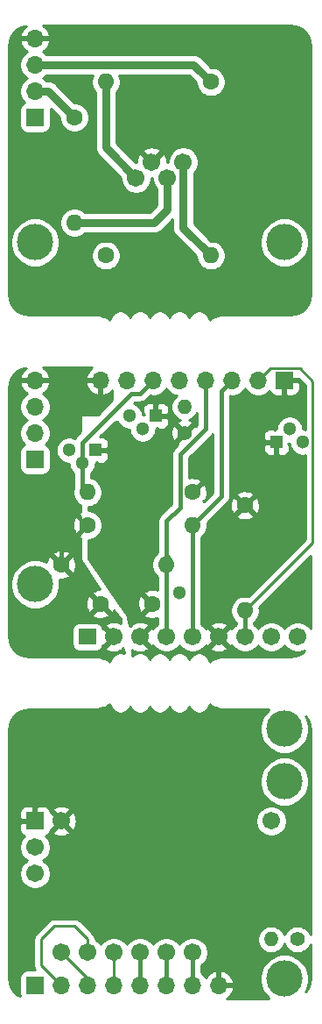
<source format=gtl>
G04 #@! TF.GenerationSoftware,KiCad,Pcbnew,5.1.6*
G04 #@! TF.CreationDate,2021-12-18T09:42:17+01:00*
G04 #@! TF.ProjectId,co2_blep,636f325f-626c-4657-902e-6b696361645f,rev?*
G04 #@! TF.SameCoordinates,Original*
G04 #@! TF.FileFunction,Copper,L1,Top*
G04 #@! TF.FilePolarity,Positive*
%FSLAX46Y46*%
G04 Gerber Fmt 4.6, Leading zero omitted, Abs format (unit mm)*
G04 Created by KiCad (PCBNEW 5.1.6) date 2021-12-18 09:42:17*
%MOMM*%
%LPD*%
G01*
G04 APERTURE LIST*
G04 #@! TA.AperFunction,ComponentPad*
%ADD10O,1.600000X1.600000*%
G04 #@! TD*
G04 #@! TA.AperFunction,ComponentPad*
%ADD11C,1.600000*%
G04 #@! TD*
G04 #@! TA.AperFunction,ComponentPad*
%ADD12O,1.700000X1.700000*%
G04 #@! TD*
G04 #@! TA.AperFunction,ComponentPad*
%ADD13R,1.700000X1.700000*%
G04 #@! TD*
G04 #@! TA.AperFunction,ComponentPad*
%ADD14R,1.300000X1.300000*%
G04 #@! TD*
G04 #@! TA.AperFunction,ComponentPad*
%ADD15C,1.300000*%
G04 #@! TD*
G04 #@! TA.AperFunction,ComponentPad*
%ADD16C,3.500000*%
G04 #@! TD*
G04 #@! TA.AperFunction,ComponentPad*
%ADD17C,1.701800*%
G04 #@! TD*
G04 #@! TA.AperFunction,ComponentPad*
%ADD18R,1.701800X1.524000*%
G04 #@! TD*
G04 #@! TA.AperFunction,ComponentPad*
%ADD19R,1.701800X1.701800*%
G04 #@! TD*
G04 #@! TA.AperFunction,ComponentPad*
%ADD20O,1.400000X1.400000*%
G04 #@! TD*
G04 #@! TA.AperFunction,ComponentPad*
%ADD21C,1.400000*%
G04 #@! TD*
G04 #@! TA.AperFunction,ViaPad*
%ADD22C,1.300000*%
G04 #@! TD*
G04 #@! TA.AperFunction,Conductor*
%ADD23C,0.400000*%
G04 #@! TD*
G04 #@! TA.AperFunction,Conductor*
%ADD24C,0.800000*%
G04 #@! TD*
G04 #@! TA.AperFunction,Conductor*
%ADD25C,0.250000*%
G04 #@! TD*
G04 #@! TA.AperFunction,Conductor*
%ADD26C,0.254000*%
G04 #@! TD*
G04 APERTURE END LIST*
D10*
X113030000Y-101600000D03*
D11*
X123190000Y-101600000D03*
D12*
X125730000Y-149225000D03*
X123190000Y-149225000D03*
X120650000Y-149225000D03*
X118110000Y-149225000D03*
X115570000Y-149225000D03*
X113030000Y-149225000D03*
X110490000Y-149225000D03*
D13*
X107950000Y-149225000D03*
D14*
X131318000Y-96774000D03*
D15*
X133858000Y-96774000D03*
X132588000Y-95504000D03*
D14*
X119634000Y-94234000D03*
D15*
X117094000Y-94234000D03*
X118364000Y-95504000D03*
D12*
X107950000Y-57785000D03*
X107950000Y-60325000D03*
X107950000Y-62865000D03*
D13*
X107950000Y-65405000D03*
D12*
X107950000Y-90805000D03*
X107950000Y-93345000D03*
X107950000Y-95885000D03*
D13*
X107950000Y-98425000D03*
D16*
X132080000Y-77470000D03*
X132080000Y-148590000D03*
X107950000Y-77470000D03*
D17*
X133350000Y-115570000D03*
X130810000Y-115570000D03*
X128270000Y-115570000D03*
X125730000Y-115570000D03*
X123190000Y-115570000D03*
X120650000Y-115570000D03*
X118110000Y-115570000D03*
X115570000Y-115570000D03*
D18*
X113030000Y-115570000D03*
D17*
X123190000Y-146050000D03*
X120650000Y-146050000D03*
X118110000Y-146050000D03*
X115570000Y-146050000D03*
X113030000Y-146050000D03*
X110490000Y-146050000D03*
X107950000Y-138430000D03*
X107950000Y-135890000D03*
D19*
X107950000Y-133350000D03*
D20*
X130810000Y-144780000D03*
D21*
X133350000Y-144780000D03*
D20*
X122428000Y-93345000D03*
D21*
X122428000Y-95885000D03*
D14*
X113792000Y-97536000D03*
D15*
X111252000Y-97536000D03*
X112522000Y-98806000D03*
D17*
X122301000Y-69723000D03*
X120777000Y-71247000D03*
X119253000Y-69723000D03*
X117729000Y-71247000D03*
D11*
X114300000Y-112395000D03*
X119300000Y-112395000D03*
D17*
X110490000Y-133350000D03*
X130810000Y-133350000D03*
D10*
X123190000Y-104775000D03*
D11*
X113030000Y-104775000D03*
D10*
X120650000Y-108585000D03*
D11*
X110490000Y-108585000D03*
D10*
X114808000Y-61976000D03*
D11*
X124968000Y-61976000D03*
D10*
X111760000Y-75565000D03*
D11*
X111760000Y-65405000D03*
D10*
X124968000Y-78740000D03*
D11*
X114808000Y-78740000D03*
D10*
X128270000Y-113030000D03*
D11*
X128270000Y-102870000D03*
D12*
X114300000Y-90805000D03*
X116840000Y-90805000D03*
X119380000Y-90805000D03*
X121920000Y-90805000D03*
X124460000Y-90805000D03*
X127000000Y-90805000D03*
X129540000Y-90805000D03*
D13*
X132080000Y-90805000D03*
D16*
X132080000Y-124460000D03*
X107950000Y-110490000D03*
X132080000Y-129540000D03*
D22*
X121900000Y-111300000D03*
X128270000Y-99568000D03*
X128300000Y-95300000D03*
X132600000Y-99600000D03*
X119600000Y-99600000D03*
X119600000Y-103200000D03*
X117100000Y-101500000D03*
X132600000Y-104800000D03*
X132600000Y-113000000D03*
X128300000Y-71200000D03*
X107900000Y-71200000D03*
X119700000Y-77400000D03*
D23*
X110490000Y-107315000D02*
X113030000Y-104775000D01*
X110490000Y-108585000D02*
X110490000Y-107315000D01*
D24*
X123317000Y-60325000D02*
X107950000Y-60325000D01*
X124968000Y-61976000D02*
X123317000Y-60325000D01*
X109220000Y-62865000D02*
X107950000Y-62865000D01*
X111760000Y-65405000D02*
X109220000Y-62865000D01*
D23*
X118110000Y-146685000D02*
X118110000Y-146050000D01*
X118110000Y-146050000D02*
X118110000Y-149225000D01*
X120650000Y-146685000D02*
X120650000Y-146050000D01*
X112522000Y-96785998D02*
X112522000Y-98806000D01*
X117252997Y-92055001D02*
X112522000Y-96785998D01*
X118129999Y-92055001D02*
X117252997Y-92055001D01*
X119380000Y-90805000D02*
X118129999Y-92055001D01*
X120650000Y-146050000D02*
X120650000Y-149225000D01*
X112522000Y-101092000D02*
X113030000Y-101600000D01*
X112522000Y-98806000D02*
X112522000Y-101092000D01*
X123190000Y-146685000D02*
X123190000Y-146050000D01*
X123190000Y-146050000D02*
X123190000Y-149225000D01*
X123190000Y-115570000D02*
X123190000Y-104775000D01*
X123190000Y-104775000D02*
X125984000Y-101981000D01*
X125984000Y-91821000D02*
X127000000Y-90805000D01*
X125984000Y-101981000D02*
X125984000Y-91821000D01*
D25*
X113030000Y-148590000D02*
X113030000Y-149225000D01*
X110490000Y-146050000D02*
X113030000Y-148590000D01*
D23*
X115570000Y-146685000D02*
X115570000Y-146050000D01*
X120650000Y-115570000D02*
X120650000Y-107950000D01*
X120650000Y-107950000D02*
X120815001Y-107784999D01*
X120650000Y-104394000D02*
X120650000Y-108585000D01*
D25*
X115570000Y-146050000D02*
X115570000Y-149225000D01*
D23*
X121989999Y-97951003D02*
X121989999Y-103054001D01*
X121989999Y-103054001D02*
X120650000Y-104394000D01*
X124460000Y-95481002D02*
X121989999Y-97951003D01*
X124460000Y-90805000D02*
X124460000Y-95481002D01*
X128270000Y-115570000D02*
X128270000Y-113030000D01*
D25*
X133571999Y-89629999D02*
X130715001Y-89629999D01*
X134833001Y-90891001D02*
X133571999Y-89629999D01*
X134833001Y-106466999D02*
X134833001Y-90891001D01*
X130715001Y-89629999D02*
X129540000Y-90805000D01*
X128270000Y-113030000D02*
X134833001Y-106466999D01*
X113030000Y-146050000D02*
X113030000Y-144780000D01*
X113030000Y-144780000D02*
X111760000Y-143510000D01*
X111760000Y-143510000D02*
X109855000Y-143510000D01*
X109855000Y-143510000D02*
X108585000Y-144780000D01*
X108585000Y-147320000D02*
X110490000Y-149225000D01*
X108585000Y-144780000D02*
X108585000Y-147320000D01*
D24*
X122301000Y-69723000D02*
X122301000Y-76073000D01*
X122301000Y-76073000D02*
X124968000Y-78740000D01*
X120777000Y-74295000D02*
X120777000Y-71247000D01*
X119507000Y-75565000D02*
X120777000Y-74295000D01*
X111760000Y-75565000D02*
X119507000Y-75565000D01*
X114808000Y-68326000D02*
X117729000Y-71247000D01*
X114808000Y-61976000D02*
X114808000Y-68326000D01*
D26*
G36*
X124893649Y-122113178D02*
G01*
X124943476Y-122146283D01*
X124992832Y-122180078D01*
X125000938Y-122184461D01*
X125329210Y-122359006D01*
X125384511Y-122381799D01*
X125439496Y-122405366D01*
X125448299Y-122408091D01*
X125804222Y-122515551D01*
X125862914Y-122527172D01*
X125921415Y-122539607D01*
X125930576Y-122540570D01*
X125930580Y-122540570D01*
X126300596Y-122576850D01*
X126300598Y-122576850D01*
X126332581Y-122580000D01*
X130600733Y-122580000D01*
X130559651Y-122607450D01*
X130227450Y-122939651D01*
X129966440Y-123330279D01*
X129786654Y-123764321D01*
X129695000Y-124225098D01*
X129695000Y-124694902D01*
X129786654Y-125155679D01*
X129966440Y-125589721D01*
X130227450Y-125980349D01*
X130559651Y-126312550D01*
X130950279Y-126573560D01*
X131384321Y-126753346D01*
X131845098Y-126845000D01*
X132314902Y-126845000D01*
X132775679Y-126753346D01*
X133209721Y-126573560D01*
X133600349Y-126312550D01*
X133932550Y-125980349D01*
X134193560Y-125589721D01*
X134373346Y-125155679D01*
X134465000Y-124694902D01*
X134465000Y-124225098D01*
X134373346Y-123764321D01*
X134193560Y-123330279D01*
X134147137Y-123260802D01*
X134270965Y-123410486D01*
X134445183Y-123732695D01*
X134553502Y-124082614D01*
X134595001Y-124477452D01*
X134595000Y-144297175D01*
X134533061Y-144147641D01*
X134386962Y-143928987D01*
X134201013Y-143743038D01*
X133982359Y-143596939D01*
X133739405Y-143496304D01*
X133481486Y-143445000D01*
X133218514Y-143445000D01*
X132960595Y-143496304D01*
X132717641Y-143596939D01*
X132498987Y-143743038D01*
X132313038Y-143928987D01*
X132166939Y-144147641D01*
X132080000Y-144357530D01*
X131993061Y-144147641D01*
X131846962Y-143928987D01*
X131661013Y-143743038D01*
X131442359Y-143596939D01*
X131199405Y-143496304D01*
X130941486Y-143445000D01*
X130678514Y-143445000D01*
X130420595Y-143496304D01*
X130177641Y-143596939D01*
X129958987Y-143743038D01*
X129773038Y-143928987D01*
X129626939Y-144147641D01*
X129526304Y-144390595D01*
X129475000Y-144648514D01*
X129475000Y-144911486D01*
X129526304Y-145169405D01*
X129626939Y-145412359D01*
X129773038Y-145631013D01*
X129958987Y-145816962D01*
X130177641Y-145963061D01*
X130420595Y-146063696D01*
X130678514Y-146115000D01*
X130941486Y-146115000D01*
X131199405Y-146063696D01*
X131442359Y-145963061D01*
X131661013Y-145816962D01*
X131846962Y-145631013D01*
X131993061Y-145412359D01*
X132080000Y-145202470D01*
X132166939Y-145412359D01*
X132313038Y-145631013D01*
X132498987Y-145816962D01*
X132717641Y-145963061D01*
X132960595Y-146063696D01*
X133218514Y-146115000D01*
X133481486Y-146115000D01*
X133739405Y-146063696D01*
X133982359Y-145963061D01*
X134201013Y-145816962D01*
X134386962Y-145631013D01*
X134533061Y-145412359D01*
X134595000Y-145262825D01*
X134595000Y-148557721D01*
X134556091Y-148954545D01*
X134450220Y-149305206D01*
X134278257Y-149628623D01*
X134146415Y-149790278D01*
X134193560Y-149719721D01*
X134373346Y-149285679D01*
X134465000Y-148824902D01*
X134465000Y-148355098D01*
X134373346Y-147894321D01*
X134193560Y-147460279D01*
X133932550Y-147069651D01*
X133600349Y-146737450D01*
X133209721Y-146476440D01*
X132775679Y-146296654D01*
X132314902Y-146205000D01*
X131845098Y-146205000D01*
X131384321Y-146296654D01*
X130950279Y-146476440D01*
X130559651Y-146737450D01*
X130227450Y-147069651D01*
X129966440Y-147460279D01*
X129786654Y-147894321D01*
X129695000Y-148355098D01*
X129695000Y-148824902D01*
X129786654Y-149285679D01*
X129966440Y-149719721D01*
X130227450Y-150110349D01*
X130559651Y-150442550D01*
X130600733Y-150470000D01*
X126532637Y-150470000D01*
X126730269Y-150322588D01*
X126925178Y-150106355D01*
X127074157Y-149856252D01*
X127171481Y-149581891D01*
X127050814Y-149352000D01*
X125857000Y-149352000D01*
X125857000Y-149372000D01*
X125603000Y-149372000D01*
X125603000Y-149352000D01*
X125583000Y-149352000D01*
X125583000Y-149098000D01*
X125603000Y-149098000D01*
X125603000Y-147904845D01*
X125857000Y-147904845D01*
X125857000Y-149098000D01*
X127050814Y-149098000D01*
X127171481Y-148868109D01*
X127074157Y-148593748D01*
X126925178Y-148343645D01*
X126730269Y-148127412D01*
X126496920Y-147953359D01*
X126234099Y-147828175D01*
X126086890Y-147783524D01*
X125857000Y-147904845D01*
X125603000Y-147904845D01*
X125373110Y-147783524D01*
X125225901Y-147828175D01*
X124963080Y-147953359D01*
X124729731Y-148127412D01*
X124534822Y-148343645D01*
X124465195Y-148460534D01*
X124343475Y-148278368D01*
X124136632Y-148071525D01*
X124025000Y-147996935D01*
X124025000Y-147279148D01*
X124137206Y-147204174D01*
X124344174Y-146997206D01*
X124506788Y-146753838D01*
X124618798Y-146483421D01*
X124675900Y-146196348D01*
X124675900Y-145903652D01*
X124618798Y-145616579D01*
X124506788Y-145346162D01*
X124344174Y-145102794D01*
X124137206Y-144895826D01*
X123893838Y-144733212D01*
X123623421Y-144621202D01*
X123336348Y-144564100D01*
X123043652Y-144564100D01*
X122756579Y-144621202D01*
X122486162Y-144733212D01*
X122242794Y-144895826D01*
X122035826Y-145102794D01*
X121920000Y-145276139D01*
X121804174Y-145102794D01*
X121597206Y-144895826D01*
X121353838Y-144733212D01*
X121083421Y-144621202D01*
X120796348Y-144564100D01*
X120503652Y-144564100D01*
X120216579Y-144621202D01*
X119946162Y-144733212D01*
X119702794Y-144895826D01*
X119495826Y-145102794D01*
X119380000Y-145276139D01*
X119264174Y-145102794D01*
X119057206Y-144895826D01*
X118813838Y-144733212D01*
X118543421Y-144621202D01*
X118256348Y-144564100D01*
X117963652Y-144564100D01*
X117676579Y-144621202D01*
X117406162Y-144733212D01*
X117162794Y-144895826D01*
X116955826Y-145102794D01*
X116840000Y-145276139D01*
X116724174Y-145102794D01*
X116517206Y-144895826D01*
X116273838Y-144733212D01*
X116003421Y-144621202D01*
X115716348Y-144564100D01*
X115423652Y-144564100D01*
X115136579Y-144621202D01*
X114866162Y-144733212D01*
X114622794Y-144895826D01*
X114415826Y-145102794D01*
X114300000Y-145276139D01*
X114184174Y-145102794D01*
X113977206Y-144895826D01*
X113792959Y-144772715D01*
X113790000Y-144742676D01*
X113790000Y-144742667D01*
X113779003Y-144631014D01*
X113735546Y-144487753D01*
X113664974Y-144355724D01*
X113570001Y-144239999D01*
X113541003Y-144216201D01*
X112323804Y-142999003D01*
X112300001Y-142969999D01*
X112184276Y-142875026D01*
X112052247Y-142804454D01*
X111908986Y-142760997D01*
X111797333Y-142750000D01*
X111797322Y-142750000D01*
X111760000Y-142746324D01*
X111722678Y-142750000D01*
X109892322Y-142750000D01*
X109854999Y-142746324D01*
X109817676Y-142750000D01*
X109817667Y-142750000D01*
X109706014Y-142760997D01*
X109562753Y-142804454D01*
X109430724Y-142875026D01*
X109314999Y-142969999D01*
X109291201Y-142998997D01*
X108074003Y-144216196D01*
X108044999Y-144239999D01*
X107989871Y-144307174D01*
X107950026Y-144355724D01*
X107931387Y-144390595D01*
X107879454Y-144487754D01*
X107835997Y-144631015D01*
X107825000Y-144742668D01*
X107825000Y-144742678D01*
X107821324Y-144780000D01*
X107825000Y-144817323D01*
X107825001Y-147282668D01*
X107821324Y-147320000D01*
X107825001Y-147357333D01*
X107835998Y-147468986D01*
X107847808Y-147507918D01*
X107879454Y-147612246D01*
X107946098Y-147736928D01*
X107100000Y-147736928D01*
X106975518Y-147749188D01*
X106855820Y-147785498D01*
X106745506Y-147844463D01*
X106648815Y-147923815D01*
X106569463Y-148020506D01*
X106510498Y-148130820D01*
X106474188Y-148250518D01*
X106461928Y-148375000D01*
X106461928Y-150075000D01*
X106474188Y-150199482D01*
X106495510Y-150269772D01*
X106276377Y-150153257D01*
X105992518Y-149921748D01*
X105759035Y-149639514D01*
X105584816Y-149317304D01*
X105476498Y-148967385D01*
X105435000Y-148572557D01*
X105435000Y-134200900D01*
X106461028Y-134200900D01*
X106473288Y-134325382D01*
X106509598Y-134445080D01*
X106568563Y-134555394D01*
X106647915Y-134652085D01*
X106744606Y-134731437D01*
X106854920Y-134790402D01*
X106926503Y-134812117D01*
X106795826Y-134942794D01*
X106633212Y-135186162D01*
X106521202Y-135456579D01*
X106464100Y-135743652D01*
X106464100Y-136036348D01*
X106521202Y-136323421D01*
X106633212Y-136593838D01*
X106795826Y-136837206D01*
X107002794Y-137044174D01*
X107176139Y-137160000D01*
X107002794Y-137275826D01*
X106795826Y-137482794D01*
X106633212Y-137726162D01*
X106521202Y-137996579D01*
X106464100Y-138283652D01*
X106464100Y-138576348D01*
X106521202Y-138863421D01*
X106633212Y-139133838D01*
X106795826Y-139377206D01*
X107002794Y-139584174D01*
X107246162Y-139746788D01*
X107516579Y-139858798D01*
X107803652Y-139915900D01*
X108096348Y-139915900D01*
X108383421Y-139858798D01*
X108653838Y-139746788D01*
X108897206Y-139584174D01*
X109104174Y-139377206D01*
X109266788Y-139133838D01*
X109378798Y-138863421D01*
X109435900Y-138576348D01*
X109435900Y-138283652D01*
X109378798Y-137996579D01*
X109266788Y-137726162D01*
X109104174Y-137482794D01*
X108897206Y-137275826D01*
X108723861Y-137160000D01*
X108897206Y-137044174D01*
X109104174Y-136837206D01*
X109266788Y-136593838D01*
X109378798Y-136323421D01*
X109435900Y-136036348D01*
X109435900Y-135743652D01*
X109378798Y-135456579D01*
X109266788Y-135186162D01*
X109104174Y-134942794D01*
X108973497Y-134812117D01*
X109045080Y-134790402D01*
X109155394Y-134731437D01*
X109252085Y-134652085D01*
X109331437Y-134555394D01*
X109390402Y-134445080D01*
X109410435Y-134379040D01*
X109640565Y-134379040D01*
X109718310Y-134628207D01*
X109982503Y-134754196D01*
X110266199Y-134826223D01*
X110558496Y-134841519D01*
X110848161Y-134799497D01*
X111124062Y-134701771D01*
X111261690Y-134628207D01*
X111339435Y-134379040D01*
X110490000Y-133529605D01*
X109640565Y-134379040D01*
X109410435Y-134379040D01*
X109426712Y-134325382D01*
X109438972Y-134200900D01*
X109438927Y-134192560D01*
X109460960Y-134199435D01*
X110310395Y-133350000D01*
X110669605Y-133350000D01*
X111519040Y-134199435D01*
X111768207Y-134121690D01*
X111894196Y-133857497D01*
X111966223Y-133573801D01*
X111981519Y-133281504D01*
X111970225Y-133203652D01*
X129324100Y-133203652D01*
X129324100Y-133496348D01*
X129381202Y-133783421D01*
X129493212Y-134053838D01*
X129655826Y-134297206D01*
X129862794Y-134504174D01*
X130106162Y-134666788D01*
X130376579Y-134778798D01*
X130663652Y-134835900D01*
X130956348Y-134835900D01*
X131243421Y-134778798D01*
X131513838Y-134666788D01*
X131757206Y-134504174D01*
X131964174Y-134297206D01*
X132126788Y-134053838D01*
X132238798Y-133783421D01*
X132295900Y-133496348D01*
X132295900Y-133203652D01*
X132238798Y-132916579D01*
X132126788Y-132646162D01*
X131964174Y-132402794D01*
X131757206Y-132195826D01*
X131513838Y-132033212D01*
X131243421Y-131921202D01*
X130956348Y-131864100D01*
X130663652Y-131864100D01*
X130376579Y-131921202D01*
X130106162Y-132033212D01*
X129862794Y-132195826D01*
X129655826Y-132402794D01*
X129493212Y-132646162D01*
X129381202Y-132916579D01*
X129324100Y-133203652D01*
X111970225Y-133203652D01*
X111939497Y-132991839D01*
X111841771Y-132715938D01*
X111768207Y-132578310D01*
X111519040Y-132500565D01*
X110669605Y-133350000D01*
X110310395Y-133350000D01*
X109460960Y-132500565D01*
X109438927Y-132507440D01*
X109438972Y-132499100D01*
X109426712Y-132374618D01*
X109410436Y-132320960D01*
X109640565Y-132320960D01*
X110490000Y-133170395D01*
X111339435Y-132320960D01*
X111261690Y-132071793D01*
X110997497Y-131945804D01*
X110713801Y-131873777D01*
X110421504Y-131858481D01*
X110131839Y-131900503D01*
X109855938Y-131998229D01*
X109718310Y-132071793D01*
X109640565Y-132320960D01*
X109410436Y-132320960D01*
X109390402Y-132254920D01*
X109331437Y-132144606D01*
X109252085Y-132047915D01*
X109155394Y-131968563D01*
X109045080Y-131909598D01*
X108925382Y-131873288D01*
X108800900Y-131861028D01*
X108235750Y-131864100D01*
X108077000Y-132022850D01*
X108077000Y-133223000D01*
X108097000Y-133223000D01*
X108097000Y-133477000D01*
X108077000Y-133477000D01*
X108077000Y-133497000D01*
X107823000Y-133497000D01*
X107823000Y-133477000D01*
X106622850Y-133477000D01*
X106464100Y-133635750D01*
X106461028Y-134200900D01*
X105435000Y-134200900D01*
X105435000Y-132499100D01*
X106461028Y-132499100D01*
X106464100Y-133064250D01*
X106622850Y-133223000D01*
X107823000Y-133223000D01*
X107823000Y-132022850D01*
X107664250Y-131864100D01*
X107099100Y-131861028D01*
X106974618Y-131873288D01*
X106854920Y-131909598D01*
X106744606Y-131968563D01*
X106647915Y-132047915D01*
X106568563Y-132144606D01*
X106509598Y-132254920D01*
X106473288Y-132374618D01*
X106461028Y-132499100D01*
X105435000Y-132499100D01*
X105435000Y-129305098D01*
X129695000Y-129305098D01*
X129695000Y-129774902D01*
X129786654Y-130235679D01*
X129966440Y-130669721D01*
X130227450Y-131060349D01*
X130559651Y-131392550D01*
X130950279Y-131653560D01*
X131384321Y-131833346D01*
X131845098Y-131925000D01*
X132314902Y-131925000D01*
X132775679Y-131833346D01*
X133209721Y-131653560D01*
X133600349Y-131392550D01*
X133932550Y-131060349D01*
X134193560Y-130669721D01*
X134373346Y-130235679D01*
X134465000Y-129774902D01*
X134465000Y-129305098D01*
X134373346Y-128844321D01*
X134193560Y-128410279D01*
X133932550Y-128019651D01*
X133600349Y-127687450D01*
X133209721Y-127426440D01*
X132775679Y-127246654D01*
X132314902Y-127155000D01*
X131845098Y-127155000D01*
X131384321Y-127246654D01*
X130950279Y-127426440D01*
X130559651Y-127687450D01*
X130227450Y-128019651D01*
X129966440Y-128410279D01*
X129786654Y-128844321D01*
X129695000Y-129305098D01*
X105435000Y-129305098D01*
X105435000Y-124492279D01*
X105473909Y-124095455D01*
X105579780Y-123744792D01*
X105751744Y-123421375D01*
X105983254Y-123137516D01*
X106265486Y-122904035D01*
X106587695Y-122729817D01*
X106937614Y-122621498D01*
X107332443Y-122580000D01*
X113697419Y-122580000D01*
X113726301Y-122577155D01*
X113738117Y-122577238D01*
X113747288Y-122576338D01*
X114117043Y-122537475D01*
X114175636Y-122525447D01*
X114234399Y-122514238D01*
X114243221Y-122511575D01*
X114598385Y-122401633D01*
X114653536Y-122378449D01*
X114708992Y-122356044D01*
X114717128Y-122351717D01*
X115044173Y-122174886D01*
X115093774Y-122141430D01*
X115143821Y-122108680D01*
X115150962Y-122102855D01*
X115181131Y-122077897D01*
X115209774Y-122221898D01*
X115287795Y-122410256D01*
X115401063Y-122579774D01*
X115545226Y-122723937D01*
X115714744Y-122837205D01*
X115903102Y-122915226D01*
X116103061Y-122955000D01*
X116306939Y-122955000D01*
X116506898Y-122915226D01*
X116695256Y-122837205D01*
X116864774Y-122723937D01*
X117008937Y-122579774D01*
X117122205Y-122410256D01*
X117157500Y-122325047D01*
X117192795Y-122410256D01*
X117306063Y-122579774D01*
X117450226Y-122723937D01*
X117619744Y-122837205D01*
X117808102Y-122915226D01*
X118008061Y-122955000D01*
X118211939Y-122955000D01*
X118411898Y-122915226D01*
X118600256Y-122837205D01*
X118769774Y-122723937D01*
X118913937Y-122579774D01*
X119027205Y-122410256D01*
X119062500Y-122325047D01*
X119097795Y-122410256D01*
X119211063Y-122579774D01*
X119355226Y-122723937D01*
X119524744Y-122837205D01*
X119713102Y-122915226D01*
X119913061Y-122955000D01*
X120116939Y-122955000D01*
X120316898Y-122915226D01*
X120505256Y-122837205D01*
X120674774Y-122723937D01*
X120818937Y-122579774D01*
X120932205Y-122410256D01*
X120967500Y-122325047D01*
X121002795Y-122410256D01*
X121116063Y-122579774D01*
X121260226Y-122723937D01*
X121429744Y-122837205D01*
X121618102Y-122915226D01*
X121818061Y-122955000D01*
X122021939Y-122955000D01*
X122221898Y-122915226D01*
X122410256Y-122837205D01*
X122579774Y-122723937D01*
X122723937Y-122579774D01*
X122837205Y-122410256D01*
X122872500Y-122325047D01*
X122907795Y-122410256D01*
X123021063Y-122579774D01*
X123165226Y-122723937D01*
X123334744Y-122837205D01*
X123523102Y-122915226D01*
X123723061Y-122955000D01*
X123926939Y-122955000D01*
X124126898Y-122915226D01*
X124315256Y-122837205D01*
X124484774Y-122723937D01*
X124628937Y-122579774D01*
X124742205Y-122410256D01*
X124820226Y-122221898D01*
X124849082Y-122076830D01*
X124893649Y-122113178D01*
G37*
X124893649Y-122113178D02*
X124943476Y-122146283D01*
X124992832Y-122180078D01*
X125000938Y-122184461D01*
X125329210Y-122359006D01*
X125384511Y-122381799D01*
X125439496Y-122405366D01*
X125448299Y-122408091D01*
X125804222Y-122515551D01*
X125862914Y-122527172D01*
X125921415Y-122539607D01*
X125930576Y-122540570D01*
X125930580Y-122540570D01*
X126300596Y-122576850D01*
X126300598Y-122576850D01*
X126332581Y-122580000D01*
X130600733Y-122580000D01*
X130559651Y-122607450D01*
X130227450Y-122939651D01*
X129966440Y-123330279D01*
X129786654Y-123764321D01*
X129695000Y-124225098D01*
X129695000Y-124694902D01*
X129786654Y-125155679D01*
X129966440Y-125589721D01*
X130227450Y-125980349D01*
X130559651Y-126312550D01*
X130950279Y-126573560D01*
X131384321Y-126753346D01*
X131845098Y-126845000D01*
X132314902Y-126845000D01*
X132775679Y-126753346D01*
X133209721Y-126573560D01*
X133600349Y-126312550D01*
X133932550Y-125980349D01*
X134193560Y-125589721D01*
X134373346Y-125155679D01*
X134465000Y-124694902D01*
X134465000Y-124225098D01*
X134373346Y-123764321D01*
X134193560Y-123330279D01*
X134147137Y-123260802D01*
X134270965Y-123410486D01*
X134445183Y-123732695D01*
X134553502Y-124082614D01*
X134595001Y-124477452D01*
X134595000Y-144297175D01*
X134533061Y-144147641D01*
X134386962Y-143928987D01*
X134201013Y-143743038D01*
X133982359Y-143596939D01*
X133739405Y-143496304D01*
X133481486Y-143445000D01*
X133218514Y-143445000D01*
X132960595Y-143496304D01*
X132717641Y-143596939D01*
X132498987Y-143743038D01*
X132313038Y-143928987D01*
X132166939Y-144147641D01*
X132080000Y-144357530D01*
X131993061Y-144147641D01*
X131846962Y-143928987D01*
X131661013Y-143743038D01*
X131442359Y-143596939D01*
X131199405Y-143496304D01*
X130941486Y-143445000D01*
X130678514Y-143445000D01*
X130420595Y-143496304D01*
X130177641Y-143596939D01*
X129958987Y-143743038D01*
X129773038Y-143928987D01*
X129626939Y-144147641D01*
X129526304Y-144390595D01*
X129475000Y-144648514D01*
X129475000Y-144911486D01*
X129526304Y-145169405D01*
X129626939Y-145412359D01*
X129773038Y-145631013D01*
X129958987Y-145816962D01*
X130177641Y-145963061D01*
X130420595Y-146063696D01*
X130678514Y-146115000D01*
X130941486Y-146115000D01*
X131199405Y-146063696D01*
X131442359Y-145963061D01*
X131661013Y-145816962D01*
X131846962Y-145631013D01*
X131993061Y-145412359D01*
X132080000Y-145202470D01*
X132166939Y-145412359D01*
X132313038Y-145631013D01*
X132498987Y-145816962D01*
X132717641Y-145963061D01*
X132960595Y-146063696D01*
X133218514Y-146115000D01*
X133481486Y-146115000D01*
X133739405Y-146063696D01*
X133982359Y-145963061D01*
X134201013Y-145816962D01*
X134386962Y-145631013D01*
X134533061Y-145412359D01*
X134595000Y-145262825D01*
X134595000Y-148557721D01*
X134556091Y-148954545D01*
X134450220Y-149305206D01*
X134278257Y-149628623D01*
X134146415Y-149790278D01*
X134193560Y-149719721D01*
X134373346Y-149285679D01*
X134465000Y-148824902D01*
X134465000Y-148355098D01*
X134373346Y-147894321D01*
X134193560Y-147460279D01*
X133932550Y-147069651D01*
X133600349Y-146737450D01*
X133209721Y-146476440D01*
X132775679Y-146296654D01*
X132314902Y-146205000D01*
X131845098Y-146205000D01*
X131384321Y-146296654D01*
X130950279Y-146476440D01*
X130559651Y-146737450D01*
X130227450Y-147069651D01*
X129966440Y-147460279D01*
X129786654Y-147894321D01*
X129695000Y-148355098D01*
X129695000Y-148824902D01*
X129786654Y-149285679D01*
X129966440Y-149719721D01*
X130227450Y-150110349D01*
X130559651Y-150442550D01*
X130600733Y-150470000D01*
X126532637Y-150470000D01*
X126730269Y-150322588D01*
X126925178Y-150106355D01*
X127074157Y-149856252D01*
X127171481Y-149581891D01*
X127050814Y-149352000D01*
X125857000Y-149352000D01*
X125857000Y-149372000D01*
X125603000Y-149372000D01*
X125603000Y-149352000D01*
X125583000Y-149352000D01*
X125583000Y-149098000D01*
X125603000Y-149098000D01*
X125603000Y-147904845D01*
X125857000Y-147904845D01*
X125857000Y-149098000D01*
X127050814Y-149098000D01*
X127171481Y-148868109D01*
X127074157Y-148593748D01*
X126925178Y-148343645D01*
X126730269Y-148127412D01*
X126496920Y-147953359D01*
X126234099Y-147828175D01*
X126086890Y-147783524D01*
X125857000Y-147904845D01*
X125603000Y-147904845D01*
X125373110Y-147783524D01*
X125225901Y-147828175D01*
X124963080Y-147953359D01*
X124729731Y-148127412D01*
X124534822Y-148343645D01*
X124465195Y-148460534D01*
X124343475Y-148278368D01*
X124136632Y-148071525D01*
X124025000Y-147996935D01*
X124025000Y-147279148D01*
X124137206Y-147204174D01*
X124344174Y-146997206D01*
X124506788Y-146753838D01*
X124618798Y-146483421D01*
X124675900Y-146196348D01*
X124675900Y-145903652D01*
X124618798Y-145616579D01*
X124506788Y-145346162D01*
X124344174Y-145102794D01*
X124137206Y-144895826D01*
X123893838Y-144733212D01*
X123623421Y-144621202D01*
X123336348Y-144564100D01*
X123043652Y-144564100D01*
X122756579Y-144621202D01*
X122486162Y-144733212D01*
X122242794Y-144895826D01*
X122035826Y-145102794D01*
X121920000Y-145276139D01*
X121804174Y-145102794D01*
X121597206Y-144895826D01*
X121353838Y-144733212D01*
X121083421Y-144621202D01*
X120796348Y-144564100D01*
X120503652Y-144564100D01*
X120216579Y-144621202D01*
X119946162Y-144733212D01*
X119702794Y-144895826D01*
X119495826Y-145102794D01*
X119380000Y-145276139D01*
X119264174Y-145102794D01*
X119057206Y-144895826D01*
X118813838Y-144733212D01*
X118543421Y-144621202D01*
X118256348Y-144564100D01*
X117963652Y-144564100D01*
X117676579Y-144621202D01*
X117406162Y-144733212D01*
X117162794Y-144895826D01*
X116955826Y-145102794D01*
X116840000Y-145276139D01*
X116724174Y-145102794D01*
X116517206Y-144895826D01*
X116273838Y-144733212D01*
X116003421Y-144621202D01*
X115716348Y-144564100D01*
X115423652Y-144564100D01*
X115136579Y-144621202D01*
X114866162Y-144733212D01*
X114622794Y-144895826D01*
X114415826Y-145102794D01*
X114300000Y-145276139D01*
X114184174Y-145102794D01*
X113977206Y-144895826D01*
X113792959Y-144772715D01*
X113790000Y-144742676D01*
X113790000Y-144742667D01*
X113779003Y-144631014D01*
X113735546Y-144487753D01*
X113664974Y-144355724D01*
X113570001Y-144239999D01*
X113541003Y-144216201D01*
X112323804Y-142999003D01*
X112300001Y-142969999D01*
X112184276Y-142875026D01*
X112052247Y-142804454D01*
X111908986Y-142760997D01*
X111797333Y-142750000D01*
X111797322Y-142750000D01*
X111760000Y-142746324D01*
X111722678Y-142750000D01*
X109892322Y-142750000D01*
X109854999Y-142746324D01*
X109817676Y-142750000D01*
X109817667Y-142750000D01*
X109706014Y-142760997D01*
X109562753Y-142804454D01*
X109430724Y-142875026D01*
X109314999Y-142969999D01*
X109291201Y-142998997D01*
X108074003Y-144216196D01*
X108044999Y-144239999D01*
X107989871Y-144307174D01*
X107950026Y-144355724D01*
X107931387Y-144390595D01*
X107879454Y-144487754D01*
X107835997Y-144631015D01*
X107825000Y-144742668D01*
X107825000Y-144742678D01*
X107821324Y-144780000D01*
X107825000Y-144817323D01*
X107825001Y-147282668D01*
X107821324Y-147320000D01*
X107825001Y-147357333D01*
X107835998Y-147468986D01*
X107847808Y-147507918D01*
X107879454Y-147612246D01*
X107946098Y-147736928D01*
X107100000Y-147736928D01*
X106975518Y-147749188D01*
X106855820Y-147785498D01*
X106745506Y-147844463D01*
X106648815Y-147923815D01*
X106569463Y-148020506D01*
X106510498Y-148130820D01*
X106474188Y-148250518D01*
X106461928Y-148375000D01*
X106461928Y-150075000D01*
X106474188Y-150199482D01*
X106495510Y-150269772D01*
X106276377Y-150153257D01*
X105992518Y-149921748D01*
X105759035Y-149639514D01*
X105584816Y-149317304D01*
X105476498Y-148967385D01*
X105435000Y-148572557D01*
X105435000Y-134200900D01*
X106461028Y-134200900D01*
X106473288Y-134325382D01*
X106509598Y-134445080D01*
X106568563Y-134555394D01*
X106647915Y-134652085D01*
X106744606Y-134731437D01*
X106854920Y-134790402D01*
X106926503Y-134812117D01*
X106795826Y-134942794D01*
X106633212Y-135186162D01*
X106521202Y-135456579D01*
X106464100Y-135743652D01*
X106464100Y-136036348D01*
X106521202Y-136323421D01*
X106633212Y-136593838D01*
X106795826Y-136837206D01*
X107002794Y-137044174D01*
X107176139Y-137160000D01*
X107002794Y-137275826D01*
X106795826Y-137482794D01*
X106633212Y-137726162D01*
X106521202Y-137996579D01*
X106464100Y-138283652D01*
X106464100Y-138576348D01*
X106521202Y-138863421D01*
X106633212Y-139133838D01*
X106795826Y-139377206D01*
X107002794Y-139584174D01*
X107246162Y-139746788D01*
X107516579Y-139858798D01*
X107803652Y-139915900D01*
X108096348Y-139915900D01*
X108383421Y-139858798D01*
X108653838Y-139746788D01*
X108897206Y-139584174D01*
X109104174Y-139377206D01*
X109266788Y-139133838D01*
X109378798Y-138863421D01*
X109435900Y-138576348D01*
X109435900Y-138283652D01*
X109378798Y-137996579D01*
X109266788Y-137726162D01*
X109104174Y-137482794D01*
X108897206Y-137275826D01*
X108723861Y-137160000D01*
X108897206Y-137044174D01*
X109104174Y-136837206D01*
X109266788Y-136593838D01*
X109378798Y-136323421D01*
X109435900Y-136036348D01*
X109435900Y-135743652D01*
X109378798Y-135456579D01*
X109266788Y-135186162D01*
X109104174Y-134942794D01*
X108973497Y-134812117D01*
X109045080Y-134790402D01*
X109155394Y-134731437D01*
X109252085Y-134652085D01*
X109331437Y-134555394D01*
X109390402Y-134445080D01*
X109410435Y-134379040D01*
X109640565Y-134379040D01*
X109718310Y-134628207D01*
X109982503Y-134754196D01*
X110266199Y-134826223D01*
X110558496Y-134841519D01*
X110848161Y-134799497D01*
X111124062Y-134701771D01*
X111261690Y-134628207D01*
X111339435Y-134379040D01*
X110490000Y-133529605D01*
X109640565Y-134379040D01*
X109410435Y-134379040D01*
X109426712Y-134325382D01*
X109438972Y-134200900D01*
X109438927Y-134192560D01*
X109460960Y-134199435D01*
X110310395Y-133350000D01*
X110669605Y-133350000D01*
X111519040Y-134199435D01*
X111768207Y-134121690D01*
X111894196Y-133857497D01*
X111966223Y-133573801D01*
X111981519Y-133281504D01*
X111970225Y-133203652D01*
X129324100Y-133203652D01*
X129324100Y-133496348D01*
X129381202Y-133783421D01*
X129493212Y-134053838D01*
X129655826Y-134297206D01*
X129862794Y-134504174D01*
X130106162Y-134666788D01*
X130376579Y-134778798D01*
X130663652Y-134835900D01*
X130956348Y-134835900D01*
X131243421Y-134778798D01*
X131513838Y-134666788D01*
X131757206Y-134504174D01*
X131964174Y-134297206D01*
X132126788Y-134053838D01*
X132238798Y-133783421D01*
X132295900Y-133496348D01*
X132295900Y-133203652D01*
X132238798Y-132916579D01*
X132126788Y-132646162D01*
X131964174Y-132402794D01*
X131757206Y-132195826D01*
X131513838Y-132033212D01*
X131243421Y-131921202D01*
X130956348Y-131864100D01*
X130663652Y-131864100D01*
X130376579Y-131921202D01*
X130106162Y-132033212D01*
X129862794Y-132195826D01*
X129655826Y-132402794D01*
X129493212Y-132646162D01*
X129381202Y-132916579D01*
X129324100Y-133203652D01*
X111970225Y-133203652D01*
X111939497Y-132991839D01*
X111841771Y-132715938D01*
X111768207Y-132578310D01*
X111519040Y-132500565D01*
X110669605Y-133350000D01*
X110310395Y-133350000D01*
X109460960Y-132500565D01*
X109438927Y-132507440D01*
X109438972Y-132499100D01*
X109426712Y-132374618D01*
X109410436Y-132320960D01*
X109640565Y-132320960D01*
X110490000Y-133170395D01*
X111339435Y-132320960D01*
X111261690Y-132071793D01*
X110997497Y-131945804D01*
X110713801Y-131873777D01*
X110421504Y-131858481D01*
X110131839Y-131900503D01*
X109855938Y-131998229D01*
X109718310Y-132071793D01*
X109640565Y-132320960D01*
X109410436Y-132320960D01*
X109390402Y-132254920D01*
X109331437Y-132144606D01*
X109252085Y-132047915D01*
X109155394Y-131968563D01*
X109045080Y-131909598D01*
X108925382Y-131873288D01*
X108800900Y-131861028D01*
X108235750Y-131864100D01*
X108077000Y-132022850D01*
X108077000Y-133223000D01*
X108097000Y-133223000D01*
X108097000Y-133477000D01*
X108077000Y-133477000D01*
X108077000Y-133497000D01*
X107823000Y-133497000D01*
X107823000Y-133477000D01*
X106622850Y-133477000D01*
X106464100Y-133635750D01*
X106461028Y-134200900D01*
X105435000Y-134200900D01*
X105435000Y-132499100D01*
X106461028Y-132499100D01*
X106464100Y-133064250D01*
X106622850Y-133223000D01*
X107823000Y-133223000D01*
X107823000Y-132022850D01*
X107664250Y-131864100D01*
X107099100Y-131861028D01*
X106974618Y-131873288D01*
X106854920Y-131909598D01*
X106744606Y-131968563D01*
X106647915Y-132047915D01*
X106568563Y-132144606D01*
X106509598Y-132254920D01*
X106473288Y-132374618D01*
X106461028Y-132499100D01*
X105435000Y-132499100D01*
X105435000Y-129305098D01*
X129695000Y-129305098D01*
X129695000Y-129774902D01*
X129786654Y-130235679D01*
X129966440Y-130669721D01*
X130227450Y-131060349D01*
X130559651Y-131392550D01*
X130950279Y-131653560D01*
X131384321Y-131833346D01*
X131845098Y-131925000D01*
X132314902Y-131925000D01*
X132775679Y-131833346D01*
X133209721Y-131653560D01*
X133600349Y-131392550D01*
X133932550Y-131060349D01*
X134193560Y-130669721D01*
X134373346Y-130235679D01*
X134465000Y-129774902D01*
X134465000Y-129305098D01*
X134373346Y-128844321D01*
X134193560Y-128410279D01*
X133932550Y-128019651D01*
X133600349Y-127687450D01*
X133209721Y-127426440D01*
X132775679Y-127246654D01*
X132314902Y-127155000D01*
X131845098Y-127155000D01*
X131384321Y-127246654D01*
X130950279Y-127426440D01*
X130559651Y-127687450D01*
X130227450Y-128019651D01*
X129966440Y-128410279D01*
X129786654Y-128844321D01*
X129695000Y-129305098D01*
X105435000Y-129305098D01*
X105435000Y-124492279D01*
X105473909Y-124095455D01*
X105579780Y-123744792D01*
X105751744Y-123421375D01*
X105983254Y-123137516D01*
X106265486Y-122904035D01*
X106587695Y-122729817D01*
X106937614Y-122621498D01*
X107332443Y-122580000D01*
X113697419Y-122580000D01*
X113726301Y-122577155D01*
X113738117Y-122577238D01*
X113747288Y-122576338D01*
X114117043Y-122537475D01*
X114175636Y-122525447D01*
X114234399Y-122514238D01*
X114243221Y-122511575D01*
X114598385Y-122401633D01*
X114653536Y-122378449D01*
X114708992Y-122356044D01*
X114717128Y-122351717D01*
X115044173Y-122174886D01*
X115093774Y-122141430D01*
X115143821Y-122108680D01*
X115150962Y-122102855D01*
X115181131Y-122077897D01*
X115209774Y-122221898D01*
X115287795Y-122410256D01*
X115401063Y-122579774D01*
X115545226Y-122723937D01*
X115714744Y-122837205D01*
X115903102Y-122915226D01*
X116103061Y-122955000D01*
X116306939Y-122955000D01*
X116506898Y-122915226D01*
X116695256Y-122837205D01*
X116864774Y-122723937D01*
X117008937Y-122579774D01*
X117122205Y-122410256D01*
X117157500Y-122325047D01*
X117192795Y-122410256D01*
X117306063Y-122579774D01*
X117450226Y-122723937D01*
X117619744Y-122837205D01*
X117808102Y-122915226D01*
X118008061Y-122955000D01*
X118211939Y-122955000D01*
X118411898Y-122915226D01*
X118600256Y-122837205D01*
X118769774Y-122723937D01*
X118913937Y-122579774D01*
X119027205Y-122410256D01*
X119062500Y-122325047D01*
X119097795Y-122410256D01*
X119211063Y-122579774D01*
X119355226Y-122723937D01*
X119524744Y-122837205D01*
X119713102Y-122915226D01*
X119913061Y-122955000D01*
X120116939Y-122955000D01*
X120316898Y-122915226D01*
X120505256Y-122837205D01*
X120674774Y-122723937D01*
X120818937Y-122579774D01*
X120932205Y-122410256D01*
X120967500Y-122325047D01*
X121002795Y-122410256D01*
X121116063Y-122579774D01*
X121260226Y-122723937D01*
X121429744Y-122837205D01*
X121618102Y-122915226D01*
X121818061Y-122955000D01*
X122021939Y-122955000D01*
X122221898Y-122915226D01*
X122410256Y-122837205D01*
X122579774Y-122723937D01*
X122723937Y-122579774D01*
X122837205Y-122410256D01*
X122872500Y-122325047D01*
X122907795Y-122410256D01*
X123021063Y-122579774D01*
X123165226Y-122723937D01*
X123334744Y-122837205D01*
X123523102Y-122915226D01*
X123723061Y-122955000D01*
X123926939Y-122955000D01*
X124126898Y-122915226D01*
X124315256Y-122837205D01*
X124484774Y-122723937D01*
X124628937Y-122579774D01*
X124742205Y-122410256D01*
X124820226Y-122221898D01*
X124849082Y-122076830D01*
X124893649Y-122113178D01*
G36*
X134073002Y-91205804D02*
G01*
X134073002Y-95506592D01*
X133984561Y-95489000D01*
X133873000Y-95489000D01*
X133873000Y-95377439D01*
X133823619Y-95129179D01*
X133726753Y-94895324D01*
X133586125Y-94684860D01*
X133407140Y-94505875D01*
X133196676Y-94365247D01*
X132962821Y-94268381D01*
X132714561Y-94219000D01*
X132461439Y-94219000D01*
X132213179Y-94268381D01*
X131979324Y-94365247D01*
X131768860Y-94505875D01*
X131589875Y-94684860D01*
X131449247Y-94895324D01*
X131352381Y-95129179D01*
X131303000Y-95377439D01*
X131303000Y-95489000D01*
X131190998Y-95489000D01*
X131190998Y-95647748D01*
X131032250Y-95489000D01*
X130668000Y-95485928D01*
X130543518Y-95498188D01*
X130423820Y-95534498D01*
X130313506Y-95593463D01*
X130216815Y-95672815D01*
X130137463Y-95769506D01*
X130078498Y-95879820D01*
X130042188Y-95999518D01*
X130029928Y-96124000D01*
X130033000Y-96488250D01*
X130191750Y-96647000D01*
X131191000Y-96647000D01*
X131191000Y-96627000D01*
X131445000Y-96627000D01*
X131445000Y-96647000D01*
X131465000Y-96647000D01*
X131465000Y-96901000D01*
X131445000Y-96901000D01*
X131445000Y-97900250D01*
X131603750Y-98059000D01*
X131968000Y-98062072D01*
X132092482Y-98049812D01*
X132212180Y-98013502D01*
X132322494Y-97954537D01*
X132419185Y-97875185D01*
X132498537Y-97778494D01*
X132557502Y-97668180D01*
X132593812Y-97548482D01*
X132606072Y-97424000D01*
X132603000Y-97059750D01*
X132444252Y-96901002D01*
X132573088Y-96901002D01*
X132622381Y-97148821D01*
X132719247Y-97382676D01*
X132859875Y-97593140D01*
X133038860Y-97772125D01*
X133249324Y-97912753D01*
X133483179Y-98009619D01*
X133731439Y-98059000D01*
X133984561Y-98059000D01*
X134073002Y-98041408D01*
X134073001Y-106152197D01*
X128593887Y-111631312D01*
X128411335Y-111595000D01*
X128128665Y-111595000D01*
X127851426Y-111650147D01*
X127590273Y-111758320D01*
X127355241Y-111915363D01*
X127155363Y-112115241D01*
X126998320Y-112350273D01*
X126890147Y-112611426D01*
X126835000Y-112888665D01*
X126835000Y-113171335D01*
X126890147Y-113448574D01*
X126998320Y-113709727D01*
X127155363Y-113944759D01*
X127355241Y-114144637D01*
X127435001Y-114197930D01*
X127435000Y-114340852D01*
X127322794Y-114415826D01*
X127115826Y-114622794D01*
X127000216Y-114795817D01*
X126759040Y-114720565D01*
X125909605Y-115570000D01*
X126759040Y-116419435D01*
X127000216Y-116344183D01*
X127115826Y-116517206D01*
X127322794Y-116724174D01*
X127566162Y-116886788D01*
X127836579Y-116998798D01*
X128123652Y-117055900D01*
X128416348Y-117055900D01*
X128703421Y-116998798D01*
X128973838Y-116886788D01*
X129217206Y-116724174D01*
X129424174Y-116517206D01*
X129540000Y-116343861D01*
X129655826Y-116517206D01*
X129862794Y-116724174D01*
X130106162Y-116886788D01*
X130376579Y-116998798D01*
X130663652Y-117055900D01*
X130956348Y-117055900D01*
X131243421Y-116998798D01*
X131513838Y-116886788D01*
X131757206Y-116724174D01*
X131964174Y-116517206D01*
X132080000Y-116343861D01*
X132195826Y-116517206D01*
X132402794Y-116724174D01*
X132646162Y-116886788D01*
X132916579Y-116998798D01*
X133203652Y-117055900D01*
X133496348Y-117055900D01*
X133783421Y-116998798D01*
X134050144Y-116888318D01*
X134046748Y-116892482D01*
X133764514Y-117125965D01*
X133442304Y-117300184D01*
X133092385Y-117408502D01*
X132697557Y-117450000D01*
X126332581Y-117450000D01*
X126303699Y-117452845D01*
X126291883Y-117452762D01*
X126282712Y-117453662D01*
X125912958Y-117492525D01*
X125854371Y-117504551D01*
X125795601Y-117515762D01*
X125786779Y-117518426D01*
X125431615Y-117628367D01*
X125376464Y-117651551D01*
X125321008Y-117673956D01*
X125312872Y-117678283D01*
X124985827Y-117855115D01*
X124936285Y-117888531D01*
X124886178Y-117921320D01*
X124879037Y-117927145D01*
X124848869Y-117952102D01*
X124820226Y-117808102D01*
X124742205Y-117619744D01*
X124628937Y-117450226D01*
X124484774Y-117306063D01*
X124315256Y-117192795D01*
X124126898Y-117114774D01*
X123926939Y-117075000D01*
X123723061Y-117075000D01*
X123523102Y-117114774D01*
X123334744Y-117192795D01*
X123165226Y-117306063D01*
X123021063Y-117450226D01*
X122907795Y-117619744D01*
X122872500Y-117704953D01*
X122837205Y-117619744D01*
X122723937Y-117450226D01*
X122579774Y-117306063D01*
X122410256Y-117192795D01*
X122221898Y-117114774D01*
X122021939Y-117075000D01*
X121818061Y-117075000D01*
X121618102Y-117114774D01*
X121429744Y-117192795D01*
X121260226Y-117306063D01*
X121116063Y-117450226D01*
X121002795Y-117619744D01*
X120967500Y-117704953D01*
X120932205Y-117619744D01*
X120818937Y-117450226D01*
X120674774Y-117306063D01*
X120505256Y-117192795D01*
X120316898Y-117114774D01*
X120116939Y-117075000D01*
X119913061Y-117075000D01*
X119713102Y-117114774D01*
X119524744Y-117192795D01*
X119355226Y-117306063D01*
X119211063Y-117450226D01*
X119097795Y-117619744D01*
X119062500Y-117704953D01*
X119027205Y-117619744D01*
X118913937Y-117450226D01*
X118769774Y-117306063D01*
X118600256Y-117192795D01*
X118411898Y-117114774D01*
X118211939Y-117075000D01*
X118008061Y-117075000D01*
X117808102Y-117114774D01*
X117619744Y-117192795D01*
X117450226Y-117306063D01*
X117388881Y-117367408D01*
X117322224Y-116796652D01*
X117338310Y-116848207D01*
X117602503Y-116974196D01*
X117886199Y-117046223D01*
X118178496Y-117061519D01*
X118468161Y-117019497D01*
X118744062Y-116921771D01*
X118881690Y-116848207D01*
X118959435Y-116599040D01*
X118110000Y-115749605D01*
X118095858Y-115763748D01*
X117916253Y-115584143D01*
X117930395Y-115570000D01*
X117916253Y-115555858D01*
X118095858Y-115376253D01*
X118110000Y-115390395D01*
X118959435Y-114540960D01*
X118881690Y-114291793D01*
X118617497Y-114165804D01*
X118333801Y-114093777D01*
X118041504Y-114078481D01*
X117751839Y-114120503D01*
X117475938Y-114218229D01*
X117338310Y-114291793D01*
X117260566Y-114540958D01*
X117144465Y-114424857D01*
X117055604Y-114513718D01*
X116962713Y-113718340D01*
X116951967Y-113654647D01*
X116913258Y-113536337D01*
X116852212Y-113427851D01*
X116178575Y-112465512D01*
X117859783Y-112465512D01*
X117901213Y-112745130D01*
X117996397Y-113011292D01*
X118063329Y-113136514D01*
X118307298Y-113208097D01*
X119120395Y-112395000D01*
X118307298Y-111581903D01*
X118063329Y-111653486D01*
X117942429Y-111908996D01*
X117873700Y-112183184D01*
X117859783Y-112465512D01*
X116178575Y-112465512D01*
X115078356Y-110893771D01*
X113157000Y-108011737D01*
X113157000Y-106210000D01*
X113171335Y-106210000D01*
X113448574Y-106154853D01*
X113709727Y-106046680D01*
X113944759Y-105889637D01*
X114144637Y-105689759D01*
X114301680Y-105454727D01*
X114409853Y-105193574D01*
X114465000Y-104916335D01*
X114465000Y-104633665D01*
X114409853Y-104356426D01*
X114301680Y-104095273D01*
X114144637Y-103860241D01*
X113944759Y-103660363D01*
X113709727Y-103503320D01*
X113448574Y-103395147D01*
X113171335Y-103340000D01*
X113157000Y-103340000D01*
X113157000Y-103035000D01*
X113171335Y-103035000D01*
X113448574Y-102979853D01*
X113709727Y-102871680D01*
X113944759Y-102714637D01*
X114144637Y-102514759D01*
X114301680Y-102279727D01*
X114409853Y-102018574D01*
X114465000Y-101741335D01*
X114465000Y-101458665D01*
X114409853Y-101181426D01*
X114301680Y-100920273D01*
X114144637Y-100685241D01*
X113944759Y-100485363D01*
X113709727Y-100328320D01*
X113448574Y-100220147D01*
X113357000Y-100201932D01*
X113357000Y-99788265D01*
X113520125Y-99625140D01*
X113660753Y-99414676D01*
X113757619Y-99180821D01*
X113807000Y-98932561D01*
X113807000Y-98821000D01*
X113919002Y-98821000D01*
X113919002Y-98662252D01*
X114077750Y-98821000D01*
X114442000Y-98824072D01*
X114566482Y-98811812D01*
X114686180Y-98775502D01*
X114796494Y-98716537D01*
X114893185Y-98637185D01*
X114972537Y-98540494D01*
X115031502Y-98430180D01*
X115067812Y-98310482D01*
X115080072Y-98186000D01*
X115077000Y-97821750D01*
X114918250Y-97663000D01*
X113919000Y-97663000D01*
X113919000Y-97683000D01*
X113665000Y-97683000D01*
X113665000Y-97663000D01*
X113645000Y-97663000D01*
X113645000Y-97409000D01*
X113665000Y-97409000D01*
X113665000Y-97389000D01*
X113919000Y-97389000D01*
X113919000Y-97409000D01*
X114918250Y-97409000D01*
X115077000Y-97250250D01*
X115080072Y-96886000D01*
X115067812Y-96761518D01*
X115031502Y-96641820D01*
X114972537Y-96531506D01*
X114893185Y-96434815D01*
X114796494Y-96355463D01*
X114686180Y-96296498D01*
X114566482Y-96260188D01*
X114442000Y-96247928D01*
X114239227Y-96249638D01*
X115625313Y-94863552D01*
X115693882Y-94856799D01*
X115813004Y-94820664D01*
X115921998Y-94762405D01*
X115955247Y-94842676D01*
X116095875Y-95053140D01*
X116274860Y-95232125D01*
X116485324Y-95372753D01*
X116719179Y-95469619D01*
X116967439Y-95519000D01*
X117079000Y-95519000D01*
X117079000Y-95630561D01*
X117128381Y-95878821D01*
X117225247Y-96112676D01*
X117365875Y-96323140D01*
X117544860Y-96502125D01*
X117755324Y-96642753D01*
X117989179Y-96739619D01*
X118237439Y-96789000D01*
X118490561Y-96789000D01*
X118738821Y-96739619D01*
X118972676Y-96642753D01*
X119183140Y-96502125D01*
X119362125Y-96323140D01*
X119502753Y-96112676D01*
X119566211Y-95959473D01*
X121088610Y-95959473D01*
X121128875Y-96219344D01*
X121219065Y-96466366D01*
X121272963Y-96567203D01*
X121506731Y-96626664D01*
X122248395Y-95885000D01*
X121506731Y-95143336D01*
X121272963Y-95202797D01*
X121162066Y-95441242D01*
X121099817Y-95696740D01*
X121088610Y-95959473D01*
X119566211Y-95959473D01*
X119599619Y-95878821D01*
X119649000Y-95630561D01*
X119649000Y-95519000D01*
X119761002Y-95519000D01*
X119761002Y-95360252D01*
X119919750Y-95519000D01*
X120284000Y-95522072D01*
X120408482Y-95509812D01*
X120528180Y-95473502D01*
X120638494Y-95414537D01*
X120735185Y-95335185D01*
X120814537Y-95238494D01*
X120873502Y-95128180D01*
X120909812Y-95008482D01*
X120922072Y-94884000D01*
X120919000Y-94519750D01*
X120760250Y-94361000D01*
X119761000Y-94361000D01*
X119761000Y-94381000D01*
X119507000Y-94381000D01*
X119507000Y-94361000D01*
X119487000Y-94361000D01*
X119487000Y-94107000D01*
X119507000Y-94107000D01*
X119507000Y-93107750D01*
X119761000Y-93107750D01*
X119761000Y-94107000D01*
X120760250Y-94107000D01*
X120919000Y-93948250D01*
X120922072Y-93584000D01*
X120909812Y-93459518D01*
X120873502Y-93339820D01*
X120814537Y-93229506D01*
X120735185Y-93132815D01*
X120638494Y-93053463D01*
X120528180Y-92994498D01*
X120408482Y-92958188D01*
X120284000Y-92945928D01*
X119919750Y-92949000D01*
X119761000Y-93107750D01*
X119507000Y-93107750D01*
X119348250Y-92949000D01*
X118984000Y-92945928D01*
X118859518Y-92958188D01*
X118739820Y-92994498D01*
X118629506Y-93053463D01*
X118532815Y-93132815D01*
X118453463Y-93229506D01*
X118394498Y-93339820D01*
X118358188Y-93459518D01*
X118345928Y-93584000D01*
X118349000Y-93948250D01*
X118507748Y-94106998D01*
X118378912Y-94106998D01*
X118329619Y-93859179D01*
X118232753Y-93625324D01*
X118092125Y-93414860D01*
X117913140Y-93235875D01*
X117702676Y-93095247D01*
X117484140Y-93004726D01*
X117598865Y-92890001D01*
X118088981Y-92890001D01*
X118129999Y-92894041D01*
X118171017Y-92890001D01*
X118171018Y-92890001D01*
X118293688Y-92877919D01*
X118451086Y-92830173D01*
X118596145Y-92752637D01*
X118723290Y-92648292D01*
X118749445Y-92616422D01*
X119102060Y-92263807D01*
X119233740Y-92290000D01*
X119526260Y-92290000D01*
X119813158Y-92232932D01*
X120083411Y-92120990D01*
X120326632Y-91958475D01*
X120533475Y-91751632D01*
X120650000Y-91577240D01*
X120766525Y-91751632D01*
X120973368Y-91958475D01*
X121216589Y-92120990D01*
X121486842Y-92232932D01*
X121642926Y-92263979D01*
X121576987Y-92308038D01*
X121391038Y-92493987D01*
X121244939Y-92712641D01*
X121144304Y-92955595D01*
X121093000Y-93213514D01*
X121093000Y-93476486D01*
X121144304Y-93734405D01*
X121244939Y-93977359D01*
X121391038Y-94196013D01*
X121576987Y-94381962D01*
X121795641Y-94528061D01*
X122009444Y-94616621D01*
X121846634Y-94676065D01*
X121745797Y-94729963D01*
X121686336Y-94963731D01*
X122428000Y-95705395D01*
X123169664Y-94963731D01*
X123110203Y-94729963D01*
X122871758Y-94619066D01*
X122852173Y-94614294D01*
X123060359Y-94528061D01*
X123279013Y-94381962D01*
X123464962Y-94196013D01*
X123611061Y-93977359D01*
X123625001Y-93943706D01*
X123625001Y-95135132D01*
X123562548Y-95197585D01*
X123349269Y-95143336D01*
X122607605Y-95885000D01*
X122621748Y-95899143D01*
X122442143Y-96078748D01*
X122428000Y-96064605D01*
X121686336Y-96806269D01*
X121740586Y-97019549D01*
X121428578Y-97331557D01*
X121396708Y-97357712D01*
X121320545Y-97450518D01*
X121292363Y-97484858D01*
X121214827Y-97629917D01*
X121167081Y-97787315D01*
X121150959Y-97951003D01*
X121154999Y-97992022D01*
X121155000Y-102708131D01*
X120088578Y-103774554D01*
X120056709Y-103800709D01*
X119994166Y-103876919D01*
X119952364Y-103927855D01*
X119874828Y-104072914D01*
X119827082Y-104230312D01*
X119810960Y-104394000D01*
X119815000Y-104435019D01*
X119815001Y-107417069D01*
X119735241Y-107470363D01*
X119535363Y-107670241D01*
X119378320Y-107905273D01*
X119270147Y-108166426D01*
X119215000Y-108443665D01*
X119215000Y-108726335D01*
X119270147Y-109003574D01*
X119378320Y-109264727D01*
X119535363Y-109499759D01*
X119735241Y-109699637D01*
X119815001Y-109752931D01*
X119815001Y-111051149D01*
X119786004Y-111037429D01*
X119511816Y-110968700D01*
X119229488Y-110954783D01*
X118949870Y-110996213D01*
X118683708Y-111091397D01*
X118558486Y-111158329D01*
X118486903Y-111402298D01*
X119300000Y-112215395D01*
X119314143Y-112201253D01*
X119493748Y-112380858D01*
X119479605Y-112395000D01*
X119493748Y-112409143D01*
X119314143Y-112588748D01*
X119300000Y-112574605D01*
X118486903Y-113387702D01*
X118558486Y-113631671D01*
X118813996Y-113752571D01*
X119088184Y-113821300D01*
X119370512Y-113835217D01*
X119650130Y-113793787D01*
X119815000Y-113734827D01*
X119815000Y-114340852D01*
X119702794Y-114415826D01*
X119495826Y-114622794D01*
X119380216Y-114795817D01*
X119139040Y-114720565D01*
X118289605Y-115570000D01*
X119139040Y-116419435D01*
X119380216Y-116344183D01*
X119495826Y-116517206D01*
X119702794Y-116724174D01*
X119946162Y-116886788D01*
X120216579Y-116998798D01*
X120503652Y-117055900D01*
X120796348Y-117055900D01*
X121083421Y-116998798D01*
X121353838Y-116886788D01*
X121597206Y-116724174D01*
X121804174Y-116517206D01*
X121920000Y-116343861D01*
X122035826Y-116517206D01*
X122242794Y-116724174D01*
X122486162Y-116886788D01*
X122756579Y-116998798D01*
X123043652Y-117055900D01*
X123336348Y-117055900D01*
X123623421Y-116998798D01*
X123893838Y-116886788D01*
X124137206Y-116724174D01*
X124262340Y-116599040D01*
X124880565Y-116599040D01*
X124958310Y-116848207D01*
X125222503Y-116974196D01*
X125506199Y-117046223D01*
X125798496Y-117061519D01*
X126088161Y-117019497D01*
X126364062Y-116921771D01*
X126501690Y-116848207D01*
X126579435Y-116599040D01*
X125730000Y-115749605D01*
X124880565Y-116599040D01*
X124262340Y-116599040D01*
X124344174Y-116517206D01*
X124459784Y-116344183D01*
X124700960Y-116419435D01*
X125550395Y-115570000D01*
X124700960Y-114720565D01*
X124459784Y-114795817D01*
X124344174Y-114622794D01*
X124262340Y-114540960D01*
X124880565Y-114540960D01*
X125730000Y-115390395D01*
X126579435Y-114540960D01*
X126501690Y-114291793D01*
X126237497Y-114165804D01*
X125953801Y-114093777D01*
X125661504Y-114078481D01*
X125371839Y-114120503D01*
X125095938Y-114218229D01*
X124958310Y-114291793D01*
X124880565Y-114540960D01*
X124262340Y-114540960D01*
X124137206Y-114415826D01*
X124025000Y-114340852D01*
X124025000Y-105942930D01*
X124104759Y-105889637D01*
X124304637Y-105689759D01*
X124461680Y-105454727D01*
X124569853Y-105193574D01*
X124625000Y-104916335D01*
X124625000Y-104633665D01*
X124606285Y-104539582D01*
X125283165Y-103862702D01*
X127456903Y-103862702D01*
X127528486Y-104106671D01*
X127783996Y-104227571D01*
X128058184Y-104296300D01*
X128340512Y-104310217D01*
X128620130Y-104268787D01*
X128886292Y-104173603D01*
X129011514Y-104106671D01*
X129083097Y-103862702D01*
X128270000Y-103049605D01*
X127456903Y-103862702D01*
X125283165Y-103862702D01*
X126205356Y-102940512D01*
X126829783Y-102940512D01*
X126871213Y-103220130D01*
X126966397Y-103486292D01*
X127033329Y-103611514D01*
X127277298Y-103683097D01*
X128090395Y-102870000D01*
X128449605Y-102870000D01*
X129262702Y-103683097D01*
X129506671Y-103611514D01*
X129627571Y-103356004D01*
X129696300Y-103081816D01*
X129710217Y-102799488D01*
X129668787Y-102519870D01*
X129573603Y-102253708D01*
X129506671Y-102128486D01*
X129262702Y-102056903D01*
X128449605Y-102870000D01*
X128090395Y-102870000D01*
X127277298Y-102056903D01*
X127033329Y-102128486D01*
X126912429Y-102383996D01*
X126843700Y-102658184D01*
X126829783Y-102940512D01*
X126205356Y-102940512D01*
X126545433Y-102600436D01*
X126577291Y-102574291D01*
X126681636Y-102447146D01*
X126759172Y-102302087D01*
X126806918Y-102144689D01*
X126819000Y-102022019D01*
X126819000Y-102022018D01*
X126823040Y-101981000D01*
X126819000Y-101939982D01*
X126819000Y-101877298D01*
X127456903Y-101877298D01*
X128270000Y-102690395D01*
X129083097Y-101877298D01*
X129011514Y-101633329D01*
X128756004Y-101512429D01*
X128481816Y-101443700D01*
X128199488Y-101429783D01*
X127919870Y-101471213D01*
X127653708Y-101566397D01*
X127528486Y-101633329D01*
X127456903Y-101877298D01*
X126819000Y-101877298D01*
X126819000Y-97424000D01*
X130029928Y-97424000D01*
X130042188Y-97548482D01*
X130078498Y-97668180D01*
X130137463Y-97778494D01*
X130216815Y-97875185D01*
X130313506Y-97954537D01*
X130423820Y-98013502D01*
X130543518Y-98049812D01*
X130668000Y-98062072D01*
X131032250Y-98059000D01*
X131191000Y-97900250D01*
X131191000Y-96901000D01*
X130191750Y-96901000D01*
X130033000Y-97059750D01*
X130029928Y-97424000D01*
X126819000Y-97424000D01*
X126819000Y-92283090D01*
X126853740Y-92290000D01*
X127146260Y-92290000D01*
X127433158Y-92232932D01*
X127703411Y-92120990D01*
X127946632Y-91958475D01*
X128153475Y-91751632D01*
X128270000Y-91577240D01*
X128386525Y-91751632D01*
X128593368Y-91958475D01*
X128836589Y-92120990D01*
X129106842Y-92232932D01*
X129393740Y-92290000D01*
X129686260Y-92290000D01*
X129973158Y-92232932D01*
X130243411Y-92120990D01*
X130486632Y-91958475D01*
X130618487Y-91826620D01*
X130640498Y-91899180D01*
X130699463Y-92009494D01*
X130778815Y-92106185D01*
X130875506Y-92185537D01*
X130985820Y-92244502D01*
X131105518Y-92280812D01*
X131230000Y-92293072D01*
X131794250Y-92290000D01*
X131953000Y-92131250D01*
X131953000Y-90932000D01*
X132207000Y-90932000D01*
X132207000Y-92131250D01*
X132365750Y-92290000D01*
X132930000Y-92293072D01*
X133054482Y-92280812D01*
X133174180Y-92244502D01*
X133284494Y-92185537D01*
X133381185Y-92106185D01*
X133460537Y-92009494D01*
X133519502Y-91899180D01*
X133555812Y-91779482D01*
X133568072Y-91655000D01*
X133565000Y-91090750D01*
X133406250Y-90932000D01*
X132207000Y-90932000D01*
X131953000Y-90932000D01*
X131933000Y-90932000D01*
X131933000Y-90678000D01*
X131953000Y-90678000D01*
X131953000Y-90658000D01*
X132207000Y-90658000D01*
X132207000Y-90678000D01*
X133406250Y-90678000D01*
X133475724Y-90608526D01*
X134073002Y-91205804D01*
G37*
X134073002Y-91205804D02*
X134073002Y-95506592D01*
X133984561Y-95489000D01*
X133873000Y-95489000D01*
X133873000Y-95377439D01*
X133823619Y-95129179D01*
X133726753Y-94895324D01*
X133586125Y-94684860D01*
X133407140Y-94505875D01*
X133196676Y-94365247D01*
X132962821Y-94268381D01*
X132714561Y-94219000D01*
X132461439Y-94219000D01*
X132213179Y-94268381D01*
X131979324Y-94365247D01*
X131768860Y-94505875D01*
X131589875Y-94684860D01*
X131449247Y-94895324D01*
X131352381Y-95129179D01*
X131303000Y-95377439D01*
X131303000Y-95489000D01*
X131190998Y-95489000D01*
X131190998Y-95647748D01*
X131032250Y-95489000D01*
X130668000Y-95485928D01*
X130543518Y-95498188D01*
X130423820Y-95534498D01*
X130313506Y-95593463D01*
X130216815Y-95672815D01*
X130137463Y-95769506D01*
X130078498Y-95879820D01*
X130042188Y-95999518D01*
X130029928Y-96124000D01*
X130033000Y-96488250D01*
X130191750Y-96647000D01*
X131191000Y-96647000D01*
X131191000Y-96627000D01*
X131445000Y-96627000D01*
X131445000Y-96647000D01*
X131465000Y-96647000D01*
X131465000Y-96901000D01*
X131445000Y-96901000D01*
X131445000Y-97900250D01*
X131603750Y-98059000D01*
X131968000Y-98062072D01*
X132092482Y-98049812D01*
X132212180Y-98013502D01*
X132322494Y-97954537D01*
X132419185Y-97875185D01*
X132498537Y-97778494D01*
X132557502Y-97668180D01*
X132593812Y-97548482D01*
X132606072Y-97424000D01*
X132603000Y-97059750D01*
X132444252Y-96901002D01*
X132573088Y-96901002D01*
X132622381Y-97148821D01*
X132719247Y-97382676D01*
X132859875Y-97593140D01*
X133038860Y-97772125D01*
X133249324Y-97912753D01*
X133483179Y-98009619D01*
X133731439Y-98059000D01*
X133984561Y-98059000D01*
X134073002Y-98041408D01*
X134073001Y-106152197D01*
X128593887Y-111631312D01*
X128411335Y-111595000D01*
X128128665Y-111595000D01*
X127851426Y-111650147D01*
X127590273Y-111758320D01*
X127355241Y-111915363D01*
X127155363Y-112115241D01*
X126998320Y-112350273D01*
X126890147Y-112611426D01*
X126835000Y-112888665D01*
X126835000Y-113171335D01*
X126890147Y-113448574D01*
X126998320Y-113709727D01*
X127155363Y-113944759D01*
X127355241Y-114144637D01*
X127435001Y-114197930D01*
X127435000Y-114340852D01*
X127322794Y-114415826D01*
X127115826Y-114622794D01*
X127000216Y-114795817D01*
X126759040Y-114720565D01*
X125909605Y-115570000D01*
X126759040Y-116419435D01*
X127000216Y-116344183D01*
X127115826Y-116517206D01*
X127322794Y-116724174D01*
X127566162Y-116886788D01*
X127836579Y-116998798D01*
X128123652Y-117055900D01*
X128416348Y-117055900D01*
X128703421Y-116998798D01*
X128973838Y-116886788D01*
X129217206Y-116724174D01*
X129424174Y-116517206D01*
X129540000Y-116343861D01*
X129655826Y-116517206D01*
X129862794Y-116724174D01*
X130106162Y-116886788D01*
X130376579Y-116998798D01*
X130663652Y-117055900D01*
X130956348Y-117055900D01*
X131243421Y-116998798D01*
X131513838Y-116886788D01*
X131757206Y-116724174D01*
X131964174Y-116517206D01*
X132080000Y-116343861D01*
X132195826Y-116517206D01*
X132402794Y-116724174D01*
X132646162Y-116886788D01*
X132916579Y-116998798D01*
X133203652Y-117055900D01*
X133496348Y-117055900D01*
X133783421Y-116998798D01*
X134050144Y-116888318D01*
X134046748Y-116892482D01*
X133764514Y-117125965D01*
X133442304Y-117300184D01*
X133092385Y-117408502D01*
X132697557Y-117450000D01*
X126332581Y-117450000D01*
X126303699Y-117452845D01*
X126291883Y-117452762D01*
X126282712Y-117453662D01*
X125912958Y-117492525D01*
X125854371Y-117504551D01*
X125795601Y-117515762D01*
X125786779Y-117518426D01*
X125431615Y-117628367D01*
X125376464Y-117651551D01*
X125321008Y-117673956D01*
X125312872Y-117678283D01*
X124985827Y-117855115D01*
X124936285Y-117888531D01*
X124886178Y-117921320D01*
X124879037Y-117927145D01*
X124848869Y-117952102D01*
X124820226Y-117808102D01*
X124742205Y-117619744D01*
X124628937Y-117450226D01*
X124484774Y-117306063D01*
X124315256Y-117192795D01*
X124126898Y-117114774D01*
X123926939Y-117075000D01*
X123723061Y-117075000D01*
X123523102Y-117114774D01*
X123334744Y-117192795D01*
X123165226Y-117306063D01*
X123021063Y-117450226D01*
X122907795Y-117619744D01*
X122872500Y-117704953D01*
X122837205Y-117619744D01*
X122723937Y-117450226D01*
X122579774Y-117306063D01*
X122410256Y-117192795D01*
X122221898Y-117114774D01*
X122021939Y-117075000D01*
X121818061Y-117075000D01*
X121618102Y-117114774D01*
X121429744Y-117192795D01*
X121260226Y-117306063D01*
X121116063Y-117450226D01*
X121002795Y-117619744D01*
X120967500Y-117704953D01*
X120932205Y-117619744D01*
X120818937Y-117450226D01*
X120674774Y-117306063D01*
X120505256Y-117192795D01*
X120316898Y-117114774D01*
X120116939Y-117075000D01*
X119913061Y-117075000D01*
X119713102Y-117114774D01*
X119524744Y-117192795D01*
X119355226Y-117306063D01*
X119211063Y-117450226D01*
X119097795Y-117619744D01*
X119062500Y-117704953D01*
X119027205Y-117619744D01*
X118913937Y-117450226D01*
X118769774Y-117306063D01*
X118600256Y-117192795D01*
X118411898Y-117114774D01*
X118211939Y-117075000D01*
X118008061Y-117075000D01*
X117808102Y-117114774D01*
X117619744Y-117192795D01*
X117450226Y-117306063D01*
X117388881Y-117367408D01*
X117322224Y-116796652D01*
X117338310Y-116848207D01*
X117602503Y-116974196D01*
X117886199Y-117046223D01*
X118178496Y-117061519D01*
X118468161Y-117019497D01*
X118744062Y-116921771D01*
X118881690Y-116848207D01*
X118959435Y-116599040D01*
X118110000Y-115749605D01*
X118095858Y-115763748D01*
X117916253Y-115584143D01*
X117930395Y-115570000D01*
X117916253Y-115555858D01*
X118095858Y-115376253D01*
X118110000Y-115390395D01*
X118959435Y-114540960D01*
X118881690Y-114291793D01*
X118617497Y-114165804D01*
X118333801Y-114093777D01*
X118041504Y-114078481D01*
X117751839Y-114120503D01*
X117475938Y-114218229D01*
X117338310Y-114291793D01*
X117260566Y-114540958D01*
X117144465Y-114424857D01*
X117055604Y-114513718D01*
X116962713Y-113718340D01*
X116951967Y-113654647D01*
X116913258Y-113536337D01*
X116852212Y-113427851D01*
X116178575Y-112465512D01*
X117859783Y-112465512D01*
X117901213Y-112745130D01*
X117996397Y-113011292D01*
X118063329Y-113136514D01*
X118307298Y-113208097D01*
X119120395Y-112395000D01*
X118307298Y-111581903D01*
X118063329Y-111653486D01*
X117942429Y-111908996D01*
X117873700Y-112183184D01*
X117859783Y-112465512D01*
X116178575Y-112465512D01*
X115078356Y-110893771D01*
X113157000Y-108011737D01*
X113157000Y-106210000D01*
X113171335Y-106210000D01*
X113448574Y-106154853D01*
X113709727Y-106046680D01*
X113944759Y-105889637D01*
X114144637Y-105689759D01*
X114301680Y-105454727D01*
X114409853Y-105193574D01*
X114465000Y-104916335D01*
X114465000Y-104633665D01*
X114409853Y-104356426D01*
X114301680Y-104095273D01*
X114144637Y-103860241D01*
X113944759Y-103660363D01*
X113709727Y-103503320D01*
X113448574Y-103395147D01*
X113171335Y-103340000D01*
X113157000Y-103340000D01*
X113157000Y-103035000D01*
X113171335Y-103035000D01*
X113448574Y-102979853D01*
X113709727Y-102871680D01*
X113944759Y-102714637D01*
X114144637Y-102514759D01*
X114301680Y-102279727D01*
X114409853Y-102018574D01*
X114465000Y-101741335D01*
X114465000Y-101458665D01*
X114409853Y-101181426D01*
X114301680Y-100920273D01*
X114144637Y-100685241D01*
X113944759Y-100485363D01*
X113709727Y-100328320D01*
X113448574Y-100220147D01*
X113357000Y-100201932D01*
X113357000Y-99788265D01*
X113520125Y-99625140D01*
X113660753Y-99414676D01*
X113757619Y-99180821D01*
X113807000Y-98932561D01*
X113807000Y-98821000D01*
X113919002Y-98821000D01*
X113919002Y-98662252D01*
X114077750Y-98821000D01*
X114442000Y-98824072D01*
X114566482Y-98811812D01*
X114686180Y-98775502D01*
X114796494Y-98716537D01*
X114893185Y-98637185D01*
X114972537Y-98540494D01*
X115031502Y-98430180D01*
X115067812Y-98310482D01*
X115080072Y-98186000D01*
X115077000Y-97821750D01*
X114918250Y-97663000D01*
X113919000Y-97663000D01*
X113919000Y-97683000D01*
X113665000Y-97683000D01*
X113665000Y-97663000D01*
X113645000Y-97663000D01*
X113645000Y-97409000D01*
X113665000Y-97409000D01*
X113665000Y-97389000D01*
X113919000Y-97389000D01*
X113919000Y-97409000D01*
X114918250Y-97409000D01*
X115077000Y-97250250D01*
X115080072Y-96886000D01*
X115067812Y-96761518D01*
X115031502Y-96641820D01*
X114972537Y-96531506D01*
X114893185Y-96434815D01*
X114796494Y-96355463D01*
X114686180Y-96296498D01*
X114566482Y-96260188D01*
X114442000Y-96247928D01*
X114239227Y-96249638D01*
X115625313Y-94863552D01*
X115693882Y-94856799D01*
X115813004Y-94820664D01*
X115921998Y-94762405D01*
X115955247Y-94842676D01*
X116095875Y-95053140D01*
X116274860Y-95232125D01*
X116485324Y-95372753D01*
X116719179Y-95469619D01*
X116967439Y-95519000D01*
X117079000Y-95519000D01*
X117079000Y-95630561D01*
X117128381Y-95878821D01*
X117225247Y-96112676D01*
X117365875Y-96323140D01*
X117544860Y-96502125D01*
X117755324Y-96642753D01*
X117989179Y-96739619D01*
X118237439Y-96789000D01*
X118490561Y-96789000D01*
X118738821Y-96739619D01*
X118972676Y-96642753D01*
X119183140Y-96502125D01*
X119362125Y-96323140D01*
X119502753Y-96112676D01*
X119566211Y-95959473D01*
X121088610Y-95959473D01*
X121128875Y-96219344D01*
X121219065Y-96466366D01*
X121272963Y-96567203D01*
X121506731Y-96626664D01*
X122248395Y-95885000D01*
X121506731Y-95143336D01*
X121272963Y-95202797D01*
X121162066Y-95441242D01*
X121099817Y-95696740D01*
X121088610Y-95959473D01*
X119566211Y-95959473D01*
X119599619Y-95878821D01*
X119649000Y-95630561D01*
X119649000Y-95519000D01*
X119761002Y-95519000D01*
X119761002Y-95360252D01*
X119919750Y-95519000D01*
X120284000Y-95522072D01*
X120408482Y-95509812D01*
X120528180Y-95473502D01*
X120638494Y-95414537D01*
X120735185Y-95335185D01*
X120814537Y-95238494D01*
X120873502Y-95128180D01*
X120909812Y-95008482D01*
X120922072Y-94884000D01*
X120919000Y-94519750D01*
X120760250Y-94361000D01*
X119761000Y-94361000D01*
X119761000Y-94381000D01*
X119507000Y-94381000D01*
X119507000Y-94361000D01*
X119487000Y-94361000D01*
X119487000Y-94107000D01*
X119507000Y-94107000D01*
X119507000Y-93107750D01*
X119761000Y-93107750D01*
X119761000Y-94107000D01*
X120760250Y-94107000D01*
X120919000Y-93948250D01*
X120922072Y-93584000D01*
X120909812Y-93459518D01*
X120873502Y-93339820D01*
X120814537Y-93229506D01*
X120735185Y-93132815D01*
X120638494Y-93053463D01*
X120528180Y-92994498D01*
X120408482Y-92958188D01*
X120284000Y-92945928D01*
X119919750Y-92949000D01*
X119761000Y-93107750D01*
X119507000Y-93107750D01*
X119348250Y-92949000D01*
X118984000Y-92945928D01*
X118859518Y-92958188D01*
X118739820Y-92994498D01*
X118629506Y-93053463D01*
X118532815Y-93132815D01*
X118453463Y-93229506D01*
X118394498Y-93339820D01*
X118358188Y-93459518D01*
X118345928Y-93584000D01*
X118349000Y-93948250D01*
X118507748Y-94106998D01*
X118378912Y-94106998D01*
X118329619Y-93859179D01*
X118232753Y-93625324D01*
X118092125Y-93414860D01*
X117913140Y-93235875D01*
X117702676Y-93095247D01*
X117484140Y-93004726D01*
X117598865Y-92890001D01*
X118088981Y-92890001D01*
X118129999Y-92894041D01*
X118171017Y-92890001D01*
X118171018Y-92890001D01*
X118293688Y-92877919D01*
X118451086Y-92830173D01*
X118596145Y-92752637D01*
X118723290Y-92648292D01*
X118749445Y-92616422D01*
X119102060Y-92263807D01*
X119233740Y-92290000D01*
X119526260Y-92290000D01*
X119813158Y-92232932D01*
X120083411Y-92120990D01*
X120326632Y-91958475D01*
X120533475Y-91751632D01*
X120650000Y-91577240D01*
X120766525Y-91751632D01*
X120973368Y-91958475D01*
X121216589Y-92120990D01*
X121486842Y-92232932D01*
X121642926Y-92263979D01*
X121576987Y-92308038D01*
X121391038Y-92493987D01*
X121244939Y-92712641D01*
X121144304Y-92955595D01*
X121093000Y-93213514D01*
X121093000Y-93476486D01*
X121144304Y-93734405D01*
X121244939Y-93977359D01*
X121391038Y-94196013D01*
X121576987Y-94381962D01*
X121795641Y-94528061D01*
X122009444Y-94616621D01*
X121846634Y-94676065D01*
X121745797Y-94729963D01*
X121686336Y-94963731D01*
X122428000Y-95705395D01*
X123169664Y-94963731D01*
X123110203Y-94729963D01*
X122871758Y-94619066D01*
X122852173Y-94614294D01*
X123060359Y-94528061D01*
X123279013Y-94381962D01*
X123464962Y-94196013D01*
X123611061Y-93977359D01*
X123625001Y-93943706D01*
X123625001Y-95135132D01*
X123562548Y-95197585D01*
X123349269Y-95143336D01*
X122607605Y-95885000D01*
X122621748Y-95899143D01*
X122442143Y-96078748D01*
X122428000Y-96064605D01*
X121686336Y-96806269D01*
X121740586Y-97019549D01*
X121428578Y-97331557D01*
X121396708Y-97357712D01*
X121320545Y-97450518D01*
X121292363Y-97484858D01*
X121214827Y-97629917D01*
X121167081Y-97787315D01*
X121150959Y-97951003D01*
X121154999Y-97992022D01*
X121155000Y-102708131D01*
X120088578Y-103774554D01*
X120056709Y-103800709D01*
X119994166Y-103876919D01*
X119952364Y-103927855D01*
X119874828Y-104072914D01*
X119827082Y-104230312D01*
X119810960Y-104394000D01*
X119815000Y-104435019D01*
X119815001Y-107417069D01*
X119735241Y-107470363D01*
X119535363Y-107670241D01*
X119378320Y-107905273D01*
X119270147Y-108166426D01*
X119215000Y-108443665D01*
X119215000Y-108726335D01*
X119270147Y-109003574D01*
X119378320Y-109264727D01*
X119535363Y-109499759D01*
X119735241Y-109699637D01*
X119815001Y-109752931D01*
X119815001Y-111051149D01*
X119786004Y-111037429D01*
X119511816Y-110968700D01*
X119229488Y-110954783D01*
X118949870Y-110996213D01*
X118683708Y-111091397D01*
X118558486Y-111158329D01*
X118486903Y-111402298D01*
X119300000Y-112215395D01*
X119314143Y-112201253D01*
X119493748Y-112380858D01*
X119479605Y-112395000D01*
X119493748Y-112409143D01*
X119314143Y-112588748D01*
X119300000Y-112574605D01*
X118486903Y-113387702D01*
X118558486Y-113631671D01*
X118813996Y-113752571D01*
X119088184Y-113821300D01*
X119370512Y-113835217D01*
X119650130Y-113793787D01*
X119815000Y-113734827D01*
X119815000Y-114340852D01*
X119702794Y-114415826D01*
X119495826Y-114622794D01*
X119380216Y-114795817D01*
X119139040Y-114720565D01*
X118289605Y-115570000D01*
X119139040Y-116419435D01*
X119380216Y-116344183D01*
X119495826Y-116517206D01*
X119702794Y-116724174D01*
X119946162Y-116886788D01*
X120216579Y-116998798D01*
X120503652Y-117055900D01*
X120796348Y-117055900D01*
X121083421Y-116998798D01*
X121353838Y-116886788D01*
X121597206Y-116724174D01*
X121804174Y-116517206D01*
X121920000Y-116343861D01*
X122035826Y-116517206D01*
X122242794Y-116724174D01*
X122486162Y-116886788D01*
X122756579Y-116998798D01*
X123043652Y-117055900D01*
X123336348Y-117055900D01*
X123623421Y-116998798D01*
X123893838Y-116886788D01*
X124137206Y-116724174D01*
X124262340Y-116599040D01*
X124880565Y-116599040D01*
X124958310Y-116848207D01*
X125222503Y-116974196D01*
X125506199Y-117046223D01*
X125798496Y-117061519D01*
X126088161Y-117019497D01*
X126364062Y-116921771D01*
X126501690Y-116848207D01*
X126579435Y-116599040D01*
X125730000Y-115749605D01*
X124880565Y-116599040D01*
X124262340Y-116599040D01*
X124344174Y-116517206D01*
X124459784Y-116344183D01*
X124700960Y-116419435D01*
X125550395Y-115570000D01*
X124700960Y-114720565D01*
X124459784Y-114795817D01*
X124344174Y-114622794D01*
X124262340Y-114540960D01*
X124880565Y-114540960D01*
X125730000Y-115390395D01*
X126579435Y-114540960D01*
X126501690Y-114291793D01*
X126237497Y-114165804D01*
X125953801Y-114093777D01*
X125661504Y-114078481D01*
X125371839Y-114120503D01*
X125095938Y-114218229D01*
X124958310Y-114291793D01*
X124880565Y-114540960D01*
X124262340Y-114540960D01*
X124137206Y-114415826D01*
X124025000Y-114340852D01*
X124025000Y-105942930D01*
X124104759Y-105889637D01*
X124304637Y-105689759D01*
X124461680Y-105454727D01*
X124569853Y-105193574D01*
X124625000Y-104916335D01*
X124625000Y-104633665D01*
X124606285Y-104539582D01*
X125283165Y-103862702D01*
X127456903Y-103862702D01*
X127528486Y-104106671D01*
X127783996Y-104227571D01*
X128058184Y-104296300D01*
X128340512Y-104310217D01*
X128620130Y-104268787D01*
X128886292Y-104173603D01*
X129011514Y-104106671D01*
X129083097Y-103862702D01*
X128270000Y-103049605D01*
X127456903Y-103862702D01*
X125283165Y-103862702D01*
X126205356Y-102940512D01*
X126829783Y-102940512D01*
X126871213Y-103220130D01*
X126966397Y-103486292D01*
X127033329Y-103611514D01*
X127277298Y-103683097D01*
X128090395Y-102870000D01*
X128449605Y-102870000D01*
X129262702Y-103683097D01*
X129506671Y-103611514D01*
X129627571Y-103356004D01*
X129696300Y-103081816D01*
X129710217Y-102799488D01*
X129668787Y-102519870D01*
X129573603Y-102253708D01*
X129506671Y-102128486D01*
X129262702Y-102056903D01*
X128449605Y-102870000D01*
X128090395Y-102870000D01*
X127277298Y-102056903D01*
X127033329Y-102128486D01*
X126912429Y-102383996D01*
X126843700Y-102658184D01*
X126829783Y-102940512D01*
X126205356Y-102940512D01*
X126545433Y-102600436D01*
X126577291Y-102574291D01*
X126681636Y-102447146D01*
X126759172Y-102302087D01*
X126806918Y-102144689D01*
X126819000Y-102022019D01*
X126819000Y-102022018D01*
X126823040Y-101981000D01*
X126819000Y-101939982D01*
X126819000Y-101877298D01*
X127456903Y-101877298D01*
X128270000Y-102690395D01*
X129083097Y-101877298D01*
X129011514Y-101633329D01*
X128756004Y-101512429D01*
X128481816Y-101443700D01*
X128199488Y-101429783D01*
X127919870Y-101471213D01*
X127653708Y-101566397D01*
X127528486Y-101633329D01*
X127456903Y-101877298D01*
X126819000Y-101877298D01*
X126819000Y-97424000D01*
X130029928Y-97424000D01*
X130042188Y-97548482D01*
X130078498Y-97668180D01*
X130137463Y-97778494D01*
X130216815Y-97875185D01*
X130313506Y-97954537D01*
X130423820Y-98013502D01*
X130543518Y-98049812D01*
X130668000Y-98062072D01*
X131032250Y-98059000D01*
X131191000Y-97900250D01*
X131191000Y-96901000D01*
X130191750Y-96901000D01*
X130033000Y-97059750D01*
X130029928Y-97424000D01*
X126819000Y-97424000D01*
X126819000Y-92283090D01*
X126853740Y-92290000D01*
X127146260Y-92290000D01*
X127433158Y-92232932D01*
X127703411Y-92120990D01*
X127946632Y-91958475D01*
X128153475Y-91751632D01*
X128270000Y-91577240D01*
X128386525Y-91751632D01*
X128593368Y-91958475D01*
X128836589Y-92120990D01*
X129106842Y-92232932D01*
X129393740Y-92290000D01*
X129686260Y-92290000D01*
X129973158Y-92232932D01*
X130243411Y-92120990D01*
X130486632Y-91958475D01*
X130618487Y-91826620D01*
X130640498Y-91899180D01*
X130699463Y-92009494D01*
X130778815Y-92106185D01*
X130875506Y-92185537D01*
X130985820Y-92244502D01*
X131105518Y-92280812D01*
X131230000Y-92293072D01*
X131794250Y-92290000D01*
X131953000Y-92131250D01*
X131953000Y-90932000D01*
X132207000Y-90932000D01*
X132207000Y-92131250D01*
X132365750Y-92290000D01*
X132930000Y-92293072D01*
X133054482Y-92280812D01*
X133174180Y-92244502D01*
X133284494Y-92185537D01*
X133381185Y-92106185D01*
X133460537Y-92009494D01*
X133519502Y-91899180D01*
X133555812Y-91779482D01*
X133568072Y-91655000D01*
X133565000Y-91090750D01*
X133406250Y-90932000D01*
X132207000Y-90932000D01*
X131953000Y-90932000D01*
X131933000Y-90932000D01*
X131933000Y-90678000D01*
X131953000Y-90678000D01*
X131953000Y-90658000D01*
X132207000Y-90658000D01*
X132207000Y-90678000D01*
X133406250Y-90678000D01*
X133475724Y-90608526D01*
X134073002Y-91205804D01*
G36*
X134595001Y-114758726D02*
G01*
X134504174Y-114622794D01*
X134297206Y-114415826D01*
X134053838Y-114253212D01*
X133783421Y-114141202D01*
X133496348Y-114084100D01*
X133203652Y-114084100D01*
X132916579Y-114141202D01*
X132646162Y-114253212D01*
X132402794Y-114415826D01*
X132195826Y-114622794D01*
X132080000Y-114796139D01*
X131964174Y-114622794D01*
X131757206Y-114415826D01*
X131513838Y-114253212D01*
X131243421Y-114141202D01*
X130956348Y-114084100D01*
X130663652Y-114084100D01*
X130376579Y-114141202D01*
X130106162Y-114253212D01*
X129862794Y-114415826D01*
X129655826Y-114622794D01*
X129540000Y-114796139D01*
X129424174Y-114622794D01*
X129217206Y-114415826D01*
X129105000Y-114340852D01*
X129105000Y-114197930D01*
X129184759Y-114144637D01*
X129384637Y-113944759D01*
X129541680Y-113709727D01*
X129649853Y-113448574D01*
X129705000Y-113171335D01*
X129705000Y-112888665D01*
X129668688Y-112706113D01*
X134595001Y-107779801D01*
X134595001Y-114758726D01*
G37*
X134595001Y-114758726D02*
X134504174Y-114622794D01*
X134297206Y-114415826D01*
X134053838Y-114253212D01*
X133783421Y-114141202D01*
X133496348Y-114084100D01*
X133203652Y-114084100D01*
X132916579Y-114141202D01*
X132646162Y-114253212D01*
X132402794Y-114415826D01*
X132195826Y-114622794D01*
X132080000Y-114796139D01*
X131964174Y-114622794D01*
X131757206Y-114415826D01*
X131513838Y-114253212D01*
X131243421Y-114141202D01*
X130956348Y-114084100D01*
X130663652Y-114084100D01*
X130376579Y-114141202D01*
X130106162Y-114253212D01*
X129862794Y-114415826D01*
X129655826Y-114622794D01*
X129540000Y-114796139D01*
X129424174Y-114622794D01*
X129217206Y-114415826D01*
X129105000Y-114340852D01*
X129105000Y-114197930D01*
X129184759Y-114144637D01*
X129384637Y-113944759D01*
X129541680Y-113709727D01*
X129649853Y-113448574D01*
X129705000Y-113171335D01*
X129705000Y-112888665D01*
X129668688Y-112706113D01*
X134595001Y-107779801D01*
X134595001Y-114758726D01*
G36*
X125149000Y-101635131D02*
G01*
X124276870Y-102507262D01*
X124182704Y-102413097D01*
X124426671Y-102341514D01*
X124547571Y-102086004D01*
X124616300Y-101811816D01*
X124630217Y-101529488D01*
X124588787Y-101249870D01*
X124493603Y-100983708D01*
X124426671Y-100858486D01*
X124182702Y-100786903D01*
X123369605Y-101600000D01*
X123383748Y-101614143D01*
X123204143Y-101793748D01*
X123190000Y-101779605D01*
X123175858Y-101793748D01*
X122996253Y-101614143D01*
X123010395Y-101600000D01*
X122996253Y-101585858D01*
X123175858Y-101406253D01*
X123190000Y-101420395D01*
X124003097Y-100607298D01*
X123931514Y-100363329D01*
X123676004Y-100242429D01*
X123401816Y-100173700D01*
X123119488Y-100159783D01*
X122839870Y-100201213D01*
X122824999Y-100206531D01*
X122824999Y-98296870D01*
X125021432Y-96100439D01*
X125053291Y-96074293D01*
X125088608Y-96031260D01*
X125149001Y-95957670D01*
X125149000Y-101635131D01*
G37*
X125149000Y-101635131D02*
X124276870Y-102507262D01*
X124182704Y-102413097D01*
X124426671Y-102341514D01*
X124547571Y-102086004D01*
X124616300Y-101811816D01*
X124630217Y-101529488D01*
X124588787Y-101249870D01*
X124493603Y-100983708D01*
X124426671Y-100858486D01*
X124182702Y-100786903D01*
X123369605Y-101600000D01*
X123383748Y-101614143D01*
X123204143Y-101793748D01*
X123190000Y-101779605D01*
X123175858Y-101793748D01*
X122996253Y-101614143D01*
X123010395Y-101600000D01*
X122996253Y-101585858D01*
X123175858Y-101406253D01*
X123190000Y-101420395D01*
X124003097Y-100607298D01*
X123931514Y-100363329D01*
X123676004Y-100242429D01*
X123401816Y-100173700D01*
X123119488Y-100159783D01*
X122839870Y-100201213D01*
X122824999Y-100206531D01*
X122824999Y-98296870D01*
X125021432Y-96100439D01*
X125053291Y-96074293D01*
X125088608Y-96031260D01*
X125149001Y-95957670D01*
X125149000Y-101635131D01*
G36*
X133079545Y-56578909D02*
G01*
X133430208Y-56684780D01*
X133753625Y-56856744D01*
X134037484Y-57088254D01*
X134270965Y-57370486D01*
X134445183Y-57692695D01*
X134553502Y-58042614D01*
X134595000Y-58437443D01*
X134595001Y-82517711D01*
X134556091Y-82914545D01*
X134450220Y-83265206D01*
X134278257Y-83588623D01*
X134046748Y-83872482D01*
X133764514Y-84105965D01*
X133442304Y-84280184D01*
X133092385Y-84388502D01*
X132697557Y-84430000D01*
X126332581Y-84430000D01*
X126303699Y-84432845D01*
X126291883Y-84432762D01*
X126282712Y-84433662D01*
X125912958Y-84472525D01*
X125854371Y-84484551D01*
X125795601Y-84495762D01*
X125786779Y-84498426D01*
X125431615Y-84608367D01*
X125376464Y-84631551D01*
X125321008Y-84653956D01*
X125312872Y-84658283D01*
X124985827Y-84835115D01*
X124936285Y-84868531D01*
X124886178Y-84901320D01*
X124879037Y-84907145D01*
X124848869Y-84932102D01*
X124820226Y-84788102D01*
X124742205Y-84599744D01*
X124628937Y-84430226D01*
X124484774Y-84286063D01*
X124315256Y-84172795D01*
X124126898Y-84094774D01*
X123926939Y-84055000D01*
X123723061Y-84055000D01*
X123523102Y-84094774D01*
X123334744Y-84172795D01*
X123165226Y-84286063D01*
X123021063Y-84430226D01*
X122907795Y-84599744D01*
X122872500Y-84684953D01*
X122837205Y-84599744D01*
X122723937Y-84430226D01*
X122579774Y-84286063D01*
X122410256Y-84172795D01*
X122221898Y-84094774D01*
X122021939Y-84055000D01*
X121818061Y-84055000D01*
X121618102Y-84094774D01*
X121429744Y-84172795D01*
X121260226Y-84286063D01*
X121116063Y-84430226D01*
X121002795Y-84599744D01*
X120967500Y-84684953D01*
X120932205Y-84599744D01*
X120818937Y-84430226D01*
X120674774Y-84286063D01*
X120505256Y-84172795D01*
X120316898Y-84094774D01*
X120116939Y-84055000D01*
X119913061Y-84055000D01*
X119713102Y-84094774D01*
X119524744Y-84172795D01*
X119355226Y-84286063D01*
X119211063Y-84430226D01*
X119097795Y-84599744D01*
X119062500Y-84684953D01*
X119027205Y-84599744D01*
X118913937Y-84430226D01*
X118769774Y-84286063D01*
X118600256Y-84172795D01*
X118411898Y-84094774D01*
X118211939Y-84055000D01*
X118008061Y-84055000D01*
X117808102Y-84094774D01*
X117619744Y-84172795D01*
X117450226Y-84286063D01*
X117306063Y-84430226D01*
X117192795Y-84599744D01*
X117157500Y-84684953D01*
X117122205Y-84599744D01*
X117008937Y-84430226D01*
X116864774Y-84286063D01*
X116695256Y-84172795D01*
X116506898Y-84094774D01*
X116306939Y-84055000D01*
X116103061Y-84055000D01*
X115903102Y-84094774D01*
X115714744Y-84172795D01*
X115545226Y-84286063D01*
X115401063Y-84430226D01*
X115287795Y-84599744D01*
X115209774Y-84788102D01*
X115180918Y-84933170D01*
X115136351Y-84896822D01*
X115086540Y-84863728D01*
X115037168Y-84829922D01*
X115029062Y-84825539D01*
X114700790Y-84650994D01*
X114645489Y-84628201D01*
X114590504Y-84604634D01*
X114581700Y-84601909D01*
X114225778Y-84494449D01*
X114167078Y-84482826D01*
X114108584Y-84470393D01*
X114099422Y-84469430D01*
X114099420Y-84469430D01*
X113729404Y-84433150D01*
X113729402Y-84433150D01*
X113697419Y-84430000D01*
X107347279Y-84430000D01*
X106950455Y-84391091D01*
X106599794Y-84285220D01*
X106276377Y-84113257D01*
X105992518Y-83881748D01*
X105759035Y-83599514D01*
X105584816Y-83277304D01*
X105476498Y-82927385D01*
X105435000Y-82532557D01*
X105435000Y-77235098D01*
X105565000Y-77235098D01*
X105565000Y-77704902D01*
X105656654Y-78165679D01*
X105836440Y-78599721D01*
X106097450Y-78990349D01*
X106429651Y-79322550D01*
X106820279Y-79583560D01*
X107254321Y-79763346D01*
X107715098Y-79855000D01*
X108184902Y-79855000D01*
X108645679Y-79763346D01*
X109079721Y-79583560D01*
X109470349Y-79322550D01*
X109802550Y-78990349D01*
X110063560Y-78599721D01*
X110063997Y-78598665D01*
X113373000Y-78598665D01*
X113373000Y-78881335D01*
X113428147Y-79158574D01*
X113536320Y-79419727D01*
X113693363Y-79654759D01*
X113893241Y-79854637D01*
X114128273Y-80011680D01*
X114389426Y-80119853D01*
X114666665Y-80175000D01*
X114949335Y-80175000D01*
X115226574Y-80119853D01*
X115487727Y-80011680D01*
X115722759Y-79854637D01*
X115922637Y-79654759D01*
X116079680Y-79419727D01*
X116187853Y-79158574D01*
X116243000Y-78881335D01*
X116243000Y-78598665D01*
X116187853Y-78321426D01*
X116079680Y-78060273D01*
X115922637Y-77825241D01*
X115722759Y-77625363D01*
X115487727Y-77468320D01*
X115226574Y-77360147D01*
X114949335Y-77305000D01*
X114666665Y-77305000D01*
X114389426Y-77360147D01*
X114128273Y-77468320D01*
X113893241Y-77625363D01*
X113693363Y-77825241D01*
X113536320Y-78060273D01*
X113428147Y-78321426D01*
X113373000Y-78598665D01*
X110063997Y-78598665D01*
X110243346Y-78165679D01*
X110335000Y-77704902D01*
X110335000Y-77235098D01*
X110243346Y-76774321D01*
X110063560Y-76340279D01*
X109802550Y-75949651D01*
X109470349Y-75617450D01*
X109079721Y-75356440D01*
X108645679Y-75176654D01*
X108184902Y-75085000D01*
X107715098Y-75085000D01*
X107254321Y-75176654D01*
X106820279Y-75356440D01*
X106429651Y-75617450D01*
X106097450Y-75949651D01*
X105836440Y-76340279D01*
X105656654Y-76774321D01*
X105565000Y-77235098D01*
X105435000Y-77235098D01*
X105435000Y-64555000D01*
X106461928Y-64555000D01*
X106461928Y-66255000D01*
X106474188Y-66379482D01*
X106510498Y-66499180D01*
X106569463Y-66609494D01*
X106648815Y-66706185D01*
X106745506Y-66785537D01*
X106855820Y-66844502D01*
X106975518Y-66880812D01*
X107100000Y-66893072D01*
X108800000Y-66893072D01*
X108924482Y-66880812D01*
X109044180Y-66844502D01*
X109154494Y-66785537D01*
X109251185Y-66706185D01*
X109330537Y-66609494D01*
X109389502Y-66499180D01*
X109425812Y-66379482D01*
X109438072Y-66255000D01*
X109438072Y-64555000D01*
X109437174Y-64545885D01*
X110325000Y-65433711D01*
X110325000Y-65546335D01*
X110380147Y-65823574D01*
X110488320Y-66084727D01*
X110645363Y-66319759D01*
X110845241Y-66519637D01*
X111080273Y-66676680D01*
X111341426Y-66784853D01*
X111618665Y-66840000D01*
X111901335Y-66840000D01*
X112178574Y-66784853D01*
X112439727Y-66676680D01*
X112674759Y-66519637D01*
X112874637Y-66319759D01*
X113031680Y-66084727D01*
X113139853Y-65823574D01*
X113195000Y-65546335D01*
X113195000Y-65263665D01*
X113139853Y-64986426D01*
X113031680Y-64725273D01*
X112874637Y-64490241D01*
X112674759Y-64290363D01*
X112439727Y-64133320D01*
X112178574Y-64025147D01*
X111901335Y-63970000D01*
X111788711Y-63970000D01*
X109987807Y-62169097D01*
X109955396Y-62129604D01*
X109797797Y-62000266D01*
X109617993Y-61904159D01*
X109422895Y-61844976D01*
X109270838Y-61830000D01*
X109270828Y-61830000D01*
X109220000Y-61824994D01*
X109169172Y-61830000D01*
X109015107Y-61830000D01*
X108896632Y-61711525D01*
X108722240Y-61595000D01*
X108896632Y-61478475D01*
X109015107Y-61360000D01*
X113509923Y-61360000D01*
X113428147Y-61557426D01*
X113373000Y-61834665D01*
X113373000Y-62117335D01*
X113428147Y-62394574D01*
X113536320Y-62655727D01*
X113693363Y-62890759D01*
X113773000Y-62970396D01*
X113773001Y-68275162D01*
X113767994Y-68326000D01*
X113787977Y-68528895D01*
X113847160Y-68723993D01*
X113943266Y-68903797D01*
X114037944Y-69019162D01*
X114072605Y-69061396D01*
X114112092Y-69093802D01*
X116243100Y-71224811D01*
X116243100Y-71393348D01*
X116300202Y-71680421D01*
X116412212Y-71950838D01*
X116574826Y-72194206D01*
X116781794Y-72401174D01*
X117025162Y-72563788D01*
X117295579Y-72675798D01*
X117582652Y-72732900D01*
X117875348Y-72732900D01*
X118162421Y-72675798D01*
X118432838Y-72563788D01*
X118676206Y-72401174D01*
X118883174Y-72194206D01*
X119045788Y-71950838D01*
X119157798Y-71680421D01*
X119214900Y-71393348D01*
X119214900Y-71208941D01*
X119291100Y-71212928D01*
X119291100Y-71393348D01*
X119348202Y-71680421D01*
X119460212Y-71950838D01*
X119622826Y-72194206D01*
X119742001Y-72313381D01*
X119742000Y-73866289D01*
X119078290Y-74530000D01*
X112754396Y-74530000D01*
X112674759Y-74450363D01*
X112439727Y-74293320D01*
X112178574Y-74185147D01*
X111901335Y-74130000D01*
X111618665Y-74130000D01*
X111341426Y-74185147D01*
X111080273Y-74293320D01*
X110845241Y-74450363D01*
X110645363Y-74650241D01*
X110488320Y-74885273D01*
X110380147Y-75146426D01*
X110325000Y-75423665D01*
X110325000Y-75706335D01*
X110380147Y-75983574D01*
X110488320Y-76244727D01*
X110645363Y-76479759D01*
X110845241Y-76679637D01*
X111080273Y-76836680D01*
X111341426Y-76944853D01*
X111618665Y-77000000D01*
X111901335Y-77000000D01*
X112178574Y-76944853D01*
X112439727Y-76836680D01*
X112674759Y-76679637D01*
X112754396Y-76600000D01*
X119456172Y-76600000D01*
X119507000Y-76605006D01*
X119557828Y-76600000D01*
X119557838Y-76600000D01*
X119709895Y-76585024D01*
X119904993Y-76525841D01*
X120084797Y-76429734D01*
X120242396Y-76300396D01*
X120274807Y-76260903D01*
X121266001Y-75269710D01*
X121266001Y-76022162D01*
X121260994Y-76073000D01*
X121280977Y-76275895D01*
X121340160Y-76470993D01*
X121436266Y-76650797D01*
X121459935Y-76679637D01*
X121565605Y-76808396D01*
X121605092Y-76840802D01*
X123533000Y-78768711D01*
X123533000Y-78881335D01*
X123588147Y-79158574D01*
X123696320Y-79419727D01*
X123853363Y-79654759D01*
X124053241Y-79854637D01*
X124288273Y-80011680D01*
X124549426Y-80119853D01*
X124826665Y-80175000D01*
X125109335Y-80175000D01*
X125386574Y-80119853D01*
X125647727Y-80011680D01*
X125882759Y-79854637D01*
X126082637Y-79654759D01*
X126239680Y-79419727D01*
X126347853Y-79158574D01*
X126403000Y-78881335D01*
X126403000Y-78598665D01*
X126347853Y-78321426D01*
X126239680Y-78060273D01*
X126082637Y-77825241D01*
X125882759Y-77625363D01*
X125647727Y-77468320D01*
X125386574Y-77360147D01*
X125109335Y-77305000D01*
X124996711Y-77305000D01*
X124926809Y-77235098D01*
X129695000Y-77235098D01*
X129695000Y-77704902D01*
X129786654Y-78165679D01*
X129966440Y-78599721D01*
X130227450Y-78990349D01*
X130559651Y-79322550D01*
X130950279Y-79583560D01*
X131384321Y-79763346D01*
X131845098Y-79855000D01*
X132314902Y-79855000D01*
X132775679Y-79763346D01*
X133209721Y-79583560D01*
X133600349Y-79322550D01*
X133932550Y-78990349D01*
X134193560Y-78599721D01*
X134373346Y-78165679D01*
X134465000Y-77704902D01*
X134465000Y-77235098D01*
X134373346Y-76774321D01*
X134193560Y-76340279D01*
X133932550Y-75949651D01*
X133600349Y-75617450D01*
X133209721Y-75356440D01*
X132775679Y-75176654D01*
X132314902Y-75085000D01*
X131845098Y-75085000D01*
X131384321Y-75176654D01*
X130950279Y-75356440D01*
X130559651Y-75617450D01*
X130227450Y-75949651D01*
X129966440Y-76340279D01*
X129786654Y-76774321D01*
X129695000Y-77235098D01*
X124926809Y-77235098D01*
X123336000Y-75644290D01*
X123336000Y-70789380D01*
X123455174Y-70670206D01*
X123617788Y-70426838D01*
X123729798Y-70156421D01*
X123786900Y-69869348D01*
X123786900Y-69576652D01*
X123729798Y-69289579D01*
X123617788Y-69019162D01*
X123455174Y-68775794D01*
X123248206Y-68568826D01*
X123004838Y-68406212D01*
X122734421Y-68294202D01*
X122447348Y-68237100D01*
X122154652Y-68237100D01*
X121867579Y-68294202D01*
X121597162Y-68406212D01*
X121353794Y-68568826D01*
X121146826Y-68775794D01*
X120984212Y-69019162D01*
X120872202Y-69289579D01*
X120815100Y-69576652D01*
X120815100Y-69761100D01*
X120738941Y-69761100D01*
X120744519Y-69654504D01*
X120702497Y-69364839D01*
X120604771Y-69088938D01*
X120531207Y-68951310D01*
X120282040Y-68873565D01*
X119432605Y-69723000D01*
X119446748Y-69737143D01*
X119267143Y-69916748D01*
X119253000Y-69902605D01*
X119238858Y-69916748D01*
X119059253Y-69737143D01*
X119073395Y-69723000D01*
X118223960Y-68873565D01*
X117974793Y-68951310D01*
X117848804Y-69215503D01*
X117776777Y-69499199D01*
X117763072Y-69761100D01*
X117706811Y-69761100D01*
X116639671Y-68693960D01*
X118403565Y-68693960D01*
X119253000Y-69543395D01*
X120102435Y-68693960D01*
X120024690Y-68444793D01*
X119760497Y-68318804D01*
X119476801Y-68246777D01*
X119184504Y-68231481D01*
X118894839Y-68273503D01*
X118618938Y-68371229D01*
X118481310Y-68444793D01*
X118403565Y-68693960D01*
X116639671Y-68693960D01*
X115843000Y-67897290D01*
X115843000Y-62970396D01*
X115922637Y-62890759D01*
X116079680Y-62655727D01*
X116187853Y-62394574D01*
X116243000Y-62117335D01*
X116243000Y-61834665D01*
X116187853Y-61557426D01*
X116106077Y-61360000D01*
X122888290Y-61360000D01*
X123533000Y-62004711D01*
X123533000Y-62117335D01*
X123588147Y-62394574D01*
X123696320Y-62655727D01*
X123853363Y-62890759D01*
X124053241Y-63090637D01*
X124288273Y-63247680D01*
X124549426Y-63355853D01*
X124826665Y-63411000D01*
X125109335Y-63411000D01*
X125386574Y-63355853D01*
X125647727Y-63247680D01*
X125882759Y-63090637D01*
X126082637Y-62890759D01*
X126239680Y-62655727D01*
X126347853Y-62394574D01*
X126403000Y-62117335D01*
X126403000Y-61834665D01*
X126347853Y-61557426D01*
X126239680Y-61296273D01*
X126082637Y-61061241D01*
X125882759Y-60861363D01*
X125647727Y-60704320D01*
X125386574Y-60596147D01*
X125109335Y-60541000D01*
X124996711Y-60541000D01*
X124084807Y-59629097D01*
X124052396Y-59589604D01*
X123894797Y-59460266D01*
X123714993Y-59364159D01*
X123519895Y-59304976D01*
X123367838Y-59290000D01*
X123367828Y-59290000D01*
X123317000Y-59284994D01*
X123266172Y-59290000D01*
X109015107Y-59290000D01*
X108896632Y-59171525D01*
X108714466Y-59049805D01*
X108831355Y-58980178D01*
X109047588Y-58785269D01*
X109221641Y-58551920D01*
X109346825Y-58289099D01*
X109391476Y-58141890D01*
X109270155Y-57912000D01*
X108077000Y-57912000D01*
X108077000Y-57932000D01*
X107823000Y-57932000D01*
X107823000Y-57912000D01*
X106629845Y-57912000D01*
X106508524Y-58141890D01*
X106553175Y-58289099D01*
X106678359Y-58551920D01*
X106852412Y-58785269D01*
X107068645Y-58980178D01*
X107185534Y-59049805D01*
X107003368Y-59171525D01*
X106796525Y-59378368D01*
X106634010Y-59621589D01*
X106522068Y-59891842D01*
X106465000Y-60178740D01*
X106465000Y-60471260D01*
X106522068Y-60758158D01*
X106634010Y-61028411D01*
X106796525Y-61271632D01*
X107003368Y-61478475D01*
X107177760Y-61595000D01*
X107003368Y-61711525D01*
X106796525Y-61918368D01*
X106634010Y-62161589D01*
X106522068Y-62431842D01*
X106465000Y-62718740D01*
X106465000Y-63011260D01*
X106522068Y-63298158D01*
X106634010Y-63568411D01*
X106796525Y-63811632D01*
X106928380Y-63943487D01*
X106855820Y-63965498D01*
X106745506Y-64024463D01*
X106648815Y-64103815D01*
X106569463Y-64200506D01*
X106510498Y-64310820D01*
X106474188Y-64430518D01*
X106461928Y-64555000D01*
X105435000Y-64555000D01*
X105435000Y-58452279D01*
X105473909Y-58055455D01*
X105579780Y-57704792D01*
X105751744Y-57381375D01*
X105983254Y-57097516D01*
X106265486Y-56864035D01*
X106587695Y-56689817D01*
X106937614Y-56581498D01*
X107113686Y-56562992D01*
X107068645Y-56589822D01*
X106852412Y-56784731D01*
X106678359Y-57018080D01*
X106553175Y-57280901D01*
X106508524Y-57428110D01*
X106629845Y-57658000D01*
X107823000Y-57658000D01*
X107823000Y-57638000D01*
X108077000Y-57638000D01*
X108077000Y-57658000D01*
X109270155Y-57658000D01*
X109391476Y-57428110D01*
X109346825Y-57280901D01*
X109221641Y-57018080D01*
X109047588Y-56784731D01*
X108831355Y-56589822D01*
X108747715Y-56540000D01*
X132682721Y-56540000D01*
X133079545Y-56578909D01*
G37*
X133079545Y-56578909D02*
X133430208Y-56684780D01*
X133753625Y-56856744D01*
X134037484Y-57088254D01*
X134270965Y-57370486D01*
X134445183Y-57692695D01*
X134553502Y-58042614D01*
X134595000Y-58437443D01*
X134595001Y-82517711D01*
X134556091Y-82914545D01*
X134450220Y-83265206D01*
X134278257Y-83588623D01*
X134046748Y-83872482D01*
X133764514Y-84105965D01*
X133442304Y-84280184D01*
X133092385Y-84388502D01*
X132697557Y-84430000D01*
X126332581Y-84430000D01*
X126303699Y-84432845D01*
X126291883Y-84432762D01*
X126282712Y-84433662D01*
X125912958Y-84472525D01*
X125854371Y-84484551D01*
X125795601Y-84495762D01*
X125786779Y-84498426D01*
X125431615Y-84608367D01*
X125376464Y-84631551D01*
X125321008Y-84653956D01*
X125312872Y-84658283D01*
X124985827Y-84835115D01*
X124936285Y-84868531D01*
X124886178Y-84901320D01*
X124879037Y-84907145D01*
X124848869Y-84932102D01*
X124820226Y-84788102D01*
X124742205Y-84599744D01*
X124628937Y-84430226D01*
X124484774Y-84286063D01*
X124315256Y-84172795D01*
X124126898Y-84094774D01*
X123926939Y-84055000D01*
X123723061Y-84055000D01*
X123523102Y-84094774D01*
X123334744Y-84172795D01*
X123165226Y-84286063D01*
X123021063Y-84430226D01*
X122907795Y-84599744D01*
X122872500Y-84684953D01*
X122837205Y-84599744D01*
X122723937Y-84430226D01*
X122579774Y-84286063D01*
X122410256Y-84172795D01*
X122221898Y-84094774D01*
X122021939Y-84055000D01*
X121818061Y-84055000D01*
X121618102Y-84094774D01*
X121429744Y-84172795D01*
X121260226Y-84286063D01*
X121116063Y-84430226D01*
X121002795Y-84599744D01*
X120967500Y-84684953D01*
X120932205Y-84599744D01*
X120818937Y-84430226D01*
X120674774Y-84286063D01*
X120505256Y-84172795D01*
X120316898Y-84094774D01*
X120116939Y-84055000D01*
X119913061Y-84055000D01*
X119713102Y-84094774D01*
X119524744Y-84172795D01*
X119355226Y-84286063D01*
X119211063Y-84430226D01*
X119097795Y-84599744D01*
X119062500Y-84684953D01*
X119027205Y-84599744D01*
X118913937Y-84430226D01*
X118769774Y-84286063D01*
X118600256Y-84172795D01*
X118411898Y-84094774D01*
X118211939Y-84055000D01*
X118008061Y-84055000D01*
X117808102Y-84094774D01*
X117619744Y-84172795D01*
X117450226Y-84286063D01*
X117306063Y-84430226D01*
X117192795Y-84599744D01*
X117157500Y-84684953D01*
X117122205Y-84599744D01*
X117008937Y-84430226D01*
X116864774Y-84286063D01*
X116695256Y-84172795D01*
X116506898Y-84094774D01*
X116306939Y-84055000D01*
X116103061Y-84055000D01*
X115903102Y-84094774D01*
X115714744Y-84172795D01*
X115545226Y-84286063D01*
X115401063Y-84430226D01*
X115287795Y-84599744D01*
X115209774Y-84788102D01*
X115180918Y-84933170D01*
X115136351Y-84896822D01*
X115086540Y-84863728D01*
X115037168Y-84829922D01*
X115029062Y-84825539D01*
X114700790Y-84650994D01*
X114645489Y-84628201D01*
X114590504Y-84604634D01*
X114581700Y-84601909D01*
X114225778Y-84494449D01*
X114167078Y-84482826D01*
X114108584Y-84470393D01*
X114099422Y-84469430D01*
X114099420Y-84469430D01*
X113729404Y-84433150D01*
X113729402Y-84433150D01*
X113697419Y-84430000D01*
X107347279Y-84430000D01*
X106950455Y-84391091D01*
X106599794Y-84285220D01*
X106276377Y-84113257D01*
X105992518Y-83881748D01*
X105759035Y-83599514D01*
X105584816Y-83277304D01*
X105476498Y-82927385D01*
X105435000Y-82532557D01*
X105435000Y-77235098D01*
X105565000Y-77235098D01*
X105565000Y-77704902D01*
X105656654Y-78165679D01*
X105836440Y-78599721D01*
X106097450Y-78990349D01*
X106429651Y-79322550D01*
X106820279Y-79583560D01*
X107254321Y-79763346D01*
X107715098Y-79855000D01*
X108184902Y-79855000D01*
X108645679Y-79763346D01*
X109079721Y-79583560D01*
X109470349Y-79322550D01*
X109802550Y-78990349D01*
X110063560Y-78599721D01*
X110063997Y-78598665D01*
X113373000Y-78598665D01*
X113373000Y-78881335D01*
X113428147Y-79158574D01*
X113536320Y-79419727D01*
X113693363Y-79654759D01*
X113893241Y-79854637D01*
X114128273Y-80011680D01*
X114389426Y-80119853D01*
X114666665Y-80175000D01*
X114949335Y-80175000D01*
X115226574Y-80119853D01*
X115487727Y-80011680D01*
X115722759Y-79854637D01*
X115922637Y-79654759D01*
X116079680Y-79419727D01*
X116187853Y-79158574D01*
X116243000Y-78881335D01*
X116243000Y-78598665D01*
X116187853Y-78321426D01*
X116079680Y-78060273D01*
X115922637Y-77825241D01*
X115722759Y-77625363D01*
X115487727Y-77468320D01*
X115226574Y-77360147D01*
X114949335Y-77305000D01*
X114666665Y-77305000D01*
X114389426Y-77360147D01*
X114128273Y-77468320D01*
X113893241Y-77625363D01*
X113693363Y-77825241D01*
X113536320Y-78060273D01*
X113428147Y-78321426D01*
X113373000Y-78598665D01*
X110063997Y-78598665D01*
X110243346Y-78165679D01*
X110335000Y-77704902D01*
X110335000Y-77235098D01*
X110243346Y-76774321D01*
X110063560Y-76340279D01*
X109802550Y-75949651D01*
X109470349Y-75617450D01*
X109079721Y-75356440D01*
X108645679Y-75176654D01*
X108184902Y-75085000D01*
X107715098Y-75085000D01*
X107254321Y-75176654D01*
X106820279Y-75356440D01*
X106429651Y-75617450D01*
X106097450Y-75949651D01*
X105836440Y-76340279D01*
X105656654Y-76774321D01*
X105565000Y-77235098D01*
X105435000Y-77235098D01*
X105435000Y-64555000D01*
X106461928Y-64555000D01*
X106461928Y-66255000D01*
X106474188Y-66379482D01*
X106510498Y-66499180D01*
X106569463Y-66609494D01*
X106648815Y-66706185D01*
X106745506Y-66785537D01*
X106855820Y-66844502D01*
X106975518Y-66880812D01*
X107100000Y-66893072D01*
X108800000Y-66893072D01*
X108924482Y-66880812D01*
X109044180Y-66844502D01*
X109154494Y-66785537D01*
X109251185Y-66706185D01*
X109330537Y-66609494D01*
X109389502Y-66499180D01*
X109425812Y-66379482D01*
X109438072Y-66255000D01*
X109438072Y-64555000D01*
X109437174Y-64545885D01*
X110325000Y-65433711D01*
X110325000Y-65546335D01*
X110380147Y-65823574D01*
X110488320Y-66084727D01*
X110645363Y-66319759D01*
X110845241Y-66519637D01*
X111080273Y-66676680D01*
X111341426Y-66784853D01*
X111618665Y-66840000D01*
X111901335Y-66840000D01*
X112178574Y-66784853D01*
X112439727Y-66676680D01*
X112674759Y-66519637D01*
X112874637Y-66319759D01*
X113031680Y-66084727D01*
X113139853Y-65823574D01*
X113195000Y-65546335D01*
X113195000Y-65263665D01*
X113139853Y-64986426D01*
X113031680Y-64725273D01*
X112874637Y-64490241D01*
X112674759Y-64290363D01*
X112439727Y-64133320D01*
X112178574Y-64025147D01*
X111901335Y-63970000D01*
X111788711Y-63970000D01*
X109987807Y-62169097D01*
X109955396Y-62129604D01*
X109797797Y-62000266D01*
X109617993Y-61904159D01*
X109422895Y-61844976D01*
X109270838Y-61830000D01*
X109270828Y-61830000D01*
X109220000Y-61824994D01*
X109169172Y-61830000D01*
X109015107Y-61830000D01*
X108896632Y-61711525D01*
X108722240Y-61595000D01*
X108896632Y-61478475D01*
X109015107Y-61360000D01*
X113509923Y-61360000D01*
X113428147Y-61557426D01*
X113373000Y-61834665D01*
X113373000Y-62117335D01*
X113428147Y-62394574D01*
X113536320Y-62655727D01*
X113693363Y-62890759D01*
X113773000Y-62970396D01*
X113773001Y-68275162D01*
X113767994Y-68326000D01*
X113787977Y-68528895D01*
X113847160Y-68723993D01*
X113943266Y-68903797D01*
X114037944Y-69019162D01*
X114072605Y-69061396D01*
X114112092Y-69093802D01*
X116243100Y-71224811D01*
X116243100Y-71393348D01*
X116300202Y-71680421D01*
X116412212Y-71950838D01*
X116574826Y-72194206D01*
X116781794Y-72401174D01*
X117025162Y-72563788D01*
X117295579Y-72675798D01*
X117582652Y-72732900D01*
X117875348Y-72732900D01*
X118162421Y-72675798D01*
X118432838Y-72563788D01*
X118676206Y-72401174D01*
X118883174Y-72194206D01*
X119045788Y-71950838D01*
X119157798Y-71680421D01*
X119214900Y-71393348D01*
X119214900Y-71208941D01*
X119291100Y-71212928D01*
X119291100Y-71393348D01*
X119348202Y-71680421D01*
X119460212Y-71950838D01*
X119622826Y-72194206D01*
X119742001Y-72313381D01*
X119742000Y-73866289D01*
X119078290Y-74530000D01*
X112754396Y-74530000D01*
X112674759Y-74450363D01*
X112439727Y-74293320D01*
X112178574Y-74185147D01*
X111901335Y-74130000D01*
X111618665Y-74130000D01*
X111341426Y-74185147D01*
X111080273Y-74293320D01*
X110845241Y-74450363D01*
X110645363Y-74650241D01*
X110488320Y-74885273D01*
X110380147Y-75146426D01*
X110325000Y-75423665D01*
X110325000Y-75706335D01*
X110380147Y-75983574D01*
X110488320Y-76244727D01*
X110645363Y-76479759D01*
X110845241Y-76679637D01*
X111080273Y-76836680D01*
X111341426Y-76944853D01*
X111618665Y-77000000D01*
X111901335Y-77000000D01*
X112178574Y-76944853D01*
X112439727Y-76836680D01*
X112674759Y-76679637D01*
X112754396Y-76600000D01*
X119456172Y-76600000D01*
X119507000Y-76605006D01*
X119557828Y-76600000D01*
X119557838Y-76600000D01*
X119709895Y-76585024D01*
X119904993Y-76525841D01*
X120084797Y-76429734D01*
X120242396Y-76300396D01*
X120274807Y-76260903D01*
X121266001Y-75269710D01*
X121266001Y-76022162D01*
X121260994Y-76073000D01*
X121280977Y-76275895D01*
X121340160Y-76470993D01*
X121436266Y-76650797D01*
X121459935Y-76679637D01*
X121565605Y-76808396D01*
X121605092Y-76840802D01*
X123533000Y-78768711D01*
X123533000Y-78881335D01*
X123588147Y-79158574D01*
X123696320Y-79419727D01*
X123853363Y-79654759D01*
X124053241Y-79854637D01*
X124288273Y-80011680D01*
X124549426Y-80119853D01*
X124826665Y-80175000D01*
X125109335Y-80175000D01*
X125386574Y-80119853D01*
X125647727Y-80011680D01*
X125882759Y-79854637D01*
X126082637Y-79654759D01*
X126239680Y-79419727D01*
X126347853Y-79158574D01*
X126403000Y-78881335D01*
X126403000Y-78598665D01*
X126347853Y-78321426D01*
X126239680Y-78060273D01*
X126082637Y-77825241D01*
X125882759Y-77625363D01*
X125647727Y-77468320D01*
X125386574Y-77360147D01*
X125109335Y-77305000D01*
X124996711Y-77305000D01*
X124926809Y-77235098D01*
X129695000Y-77235098D01*
X129695000Y-77704902D01*
X129786654Y-78165679D01*
X129966440Y-78599721D01*
X130227450Y-78990349D01*
X130559651Y-79322550D01*
X130950279Y-79583560D01*
X131384321Y-79763346D01*
X131845098Y-79855000D01*
X132314902Y-79855000D01*
X132775679Y-79763346D01*
X133209721Y-79583560D01*
X133600349Y-79322550D01*
X133932550Y-78990349D01*
X134193560Y-78599721D01*
X134373346Y-78165679D01*
X134465000Y-77704902D01*
X134465000Y-77235098D01*
X134373346Y-76774321D01*
X134193560Y-76340279D01*
X133932550Y-75949651D01*
X133600349Y-75617450D01*
X133209721Y-75356440D01*
X132775679Y-75176654D01*
X132314902Y-75085000D01*
X131845098Y-75085000D01*
X131384321Y-75176654D01*
X130950279Y-75356440D01*
X130559651Y-75617450D01*
X130227450Y-75949651D01*
X129966440Y-76340279D01*
X129786654Y-76774321D01*
X129695000Y-77235098D01*
X124926809Y-77235098D01*
X123336000Y-75644290D01*
X123336000Y-70789380D01*
X123455174Y-70670206D01*
X123617788Y-70426838D01*
X123729798Y-70156421D01*
X123786900Y-69869348D01*
X123786900Y-69576652D01*
X123729798Y-69289579D01*
X123617788Y-69019162D01*
X123455174Y-68775794D01*
X123248206Y-68568826D01*
X123004838Y-68406212D01*
X122734421Y-68294202D01*
X122447348Y-68237100D01*
X122154652Y-68237100D01*
X121867579Y-68294202D01*
X121597162Y-68406212D01*
X121353794Y-68568826D01*
X121146826Y-68775794D01*
X120984212Y-69019162D01*
X120872202Y-69289579D01*
X120815100Y-69576652D01*
X120815100Y-69761100D01*
X120738941Y-69761100D01*
X120744519Y-69654504D01*
X120702497Y-69364839D01*
X120604771Y-69088938D01*
X120531207Y-68951310D01*
X120282040Y-68873565D01*
X119432605Y-69723000D01*
X119446748Y-69737143D01*
X119267143Y-69916748D01*
X119253000Y-69902605D01*
X119238858Y-69916748D01*
X119059253Y-69737143D01*
X119073395Y-69723000D01*
X118223960Y-68873565D01*
X117974793Y-68951310D01*
X117848804Y-69215503D01*
X117776777Y-69499199D01*
X117763072Y-69761100D01*
X117706811Y-69761100D01*
X116639671Y-68693960D01*
X118403565Y-68693960D01*
X119253000Y-69543395D01*
X120102435Y-68693960D01*
X120024690Y-68444793D01*
X119760497Y-68318804D01*
X119476801Y-68246777D01*
X119184504Y-68231481D01*
X118894839Y-68273503D01*
X118618938Y-68371229D01*
X118481310Y-68444793D01*
X118403565Y-68693960D01*
X116639671Y-68693960D01*
X115843000Y-67897290D01*
X115843000Y-62970396D01*
X115922637Y-62890759D01*
X116079680Y-62655727D01*
X116187853Y-62394574D01*
X116243000Y-62117335D01*
X116243000Y-61834665D01*
X116187853Y-61557426D01*
X116106077Y-61360000D01*
X122888290Y-61360000D01*
X123533000Y-62004711D01*
X123533000Y-62117335D01*
X123588147Y-62394574D01*
X123696320Y-62655727D01*
X123853363Y-62890759D01*
X124053241Y-63090637D01*
X124288273Y-63247680D01*
X124549426Y-63355853D01*
X124826665Y-63411000D01*
X125109335Y-63411000D01*
X125386574Y-63355853D01*
X125647727Y-63247680D01*
X125882759Y-63090637D01*
X126082637Y-62890759D01*
X126239680Y-62655727D01*
X126347853Y-62394574D01*
X126403000Y-62117335D01*
X126403000Y-61834665D01*
X126347853Y-61557426D01*
X126239680Y-61296273D01*
X126082637Y-61061241D01*
X125882759Y-60861363D01*
X125647727Y-60704320D01*
X125386574Y-60596147D01*
X125109335Y-60541000D01*
X124996711Y-60541000D01*
X124084807Y-59629097D01*
X124052396Y-59589604D01*
X123894797Y-59460266D01*
X123714993Y-59364159D01*
X123519895Y-59304976D01*
X123367838Y-59290000D01*
X123367828Y-59290000D01*
X123317000Y-59284994D01*
X123266172Y-59290000D01*
X109015107Y-59290000D01*
X108896632Y-59171525D01*
X108714466Y-59049805D01*
X108831355Y-58980178D01*
X109047588Y-58785269D01*
X109221641Y-58551920D01*
X109346825Y-58289099D01*
X109391476Y-58141890D01*
X109270155Y-57912000D01*
X108077000Y-57912000D01*
X108077000Y-57932000D01*
X107823000Y-57932000D01*
X107823000Y-57912000D01*
X106629845Y-57912000D01*
X106508524Y-58141890D01*
X106553175Y-58289099D01*
X106678359Y-58551920D01*
X106852412Y-58785269D01*
X107068645Y-58980178D01*
X107185534Y-59049805D01*
X107003368Y-59171525D01*
X106796525Y-59378368D01*
X106634010Y-59621589D01*
X106522068Y-59891842D01*
X106465000Y-60178740D01*
X106465000Y-60471260D01*
X106522068Y-60758158D01*
X106634010Y-61028411D01*
X106796525Y-61271632D01*
X107003368Y-61478475D01*
X107177760Y-61595000D01*
X107003368Y-61711525D01*
X106796525Y-61918368D01*
X106634010Y-62161589D01*
X106522068Y-62431842D01*
X106465000Y-62718740D01*
X106465000Y-63011260D01*
X106522068Y-63298158D01*
X106634010Y-63568411D01*
X106796525Y-63811632D01*
X106928380Y-63943487D01*
X106855820Y-63965498D01*
X106745506Y-64024463D01*
X106648815Y-64103815D01*
X106569463Y-64200506D01*
X106510498Y-64310820D01*
X106474188Y-64430518D01*
X106461928Y-64555000D01*
X105435000Y-64555000D01*
X105435000Y-58452279D01*
X105473909Y-58055455D01*
X105579780Y-57704792D01*
X105751744Y-57381375D01*
X105983254Y-57097516D01*
X106265486Y-56864035D01*
X106587695Y-56689817D01*
X106937614Y-56581498D01*
X107113686Y-56562992D01*
X107068645Y-56589822D01*
X106852412Y-56784731D01*
X106678359Y-57018080D01*
X106553175Y-57280901D01*
X106508524Y-57428110D01*
X106629845Y-57658000D01*
X107823000Y-57658000D01*
X107823000Y-57638000D01*
X108077000Y-57638000D01*
X108077000Y-57658000D01*
X109270155Y-57658000D01*
X109391476Y-57428110D01*
X109346825Y-57280901D01*
X109221641Y-57018080D01*
X109047588Y-56784731D01*
X108831355Y-56589822D01*
X108747715Y-56540000D01*
X132682721Y-56540000D01*
X133079545Y-56578909D01*
G36*
X113299731Y-89707412D02*
G01*
X113104822Y-89923645D01*
X112955843Y-90173748D01*
X112858519Y-90448109D01*
X112979186Y-90678000D01*
X114173000Y-90678000D01*
X114173000Y-90658000D01*
X114427000Y-90658000D01*
X114427000Y-90678000D01*
X114447000Y-90678000D01*
X114447000Y-90932000D01*
X114427000Y-90932000D01*
X114427000Y-92125155D01*
X114656890Y-92246476D01*
X114804099Y-92201825D01*
X115066920Y-92076641D01*
X115300269Y-91902588D01*
X115443000Y-91744242D01*
X115443000Y-92684131D01*
X114020131Y-94107000D01*
X112522000Y-94107000D01*
X112497224Y-94109440D01*
X112473399Y-94116667D01*
X112451443Y-94128403D01*
X112432197Y-94144197D01*
X112416403Y-94163443D01*
X112404667Y-94185399D01*
X112397440Y-94209224D01*
X112395000Y-94234000D01*
X112395000Y-95732131D01*
X111960579Y-96166552D01*
X111928709Y-96192707D01*
X111843531Y-96296498D01*
X111824364Y-96319853D01*
X111797077Y-96370903D01*
X111626821Y-96300381D01*
X111378561Y-96251000D01*
X111125439Y-96251000D01*
X110877179Y-96300381D01*
X110643324Y-96397247D01*
X110432860Y-96537875D01*
X110253875Y-96716860D01*
X110113247Y-96927324D01*
X110016381Y-97161179D01*
X109967000Y-97409439D01*
X109967000Y-97662561D01*
X110016381Y-97910821D01*
X110113247Y-98144676D01*
X110253875Y-98355140D01*
X110432860Y-98534125D01*
X110643324Y-98674753D01*
X110877179Y-98771619D01*
X111125439Y-98821000D01*
X111237000Y-98821000D01*
X111237000Y-98932561D01*
X111286381Y-99180821D01*
X111383247Y-99414676D01*
X111523875Y-99625140D01*
X111687000Y-99788265D01*
X111687001Y-101050972D01*
X111682960Y-101092000D01*
X111683772Y-101100247D01*
X111650147Y-101181426D01*
X111595000Y-101458665D01*
X111595000Y-101741335D01*
X111650147Y-102018574D01*
X111758320Y-102279727D01*
X111915363Y-102514759D01*
X112115241Y-102714637D01*
X112350273Y-102871680D01*
X112395000Y-102890207D01*
X112395000Y-103481397D01*
X112288486Y-103538329D01*
X112216903Y-103782298D01*
X112395000Y-103960395D01*
X112395000Y-104319605D01*
X112037298Y-103961903D01*
X111793329Y-104033486D01*
X111672429Y-104288996D01*
X111603700Y-104563184D01*
X111589783Y-104845512D01*
X111631213Y-105125130D01*
X111726397Y-105391292D01*
X111793329Y-105516514D01*
X112037298Y-105588097D01*
X112395000Y-105230395D01*
X112395000Y-105589605D01*
X112216903Y-105767702D01*
X112288486Y-106011671D01*
X112395000Y-106062070D01*
X112395000Y-108204000D01*
X112397440Y-108228776D01*
X112404667Y-108252601D01*
X112416330Y-108274447D01*
X114205582Y-110958325D01*
X113949870Y-110996213D01*
X113683708Y-111091397D01*
X113558486Y-111158329D01*
X113486903Y-111402298D01*
X114300000Y-112215395D01*
X114314143Y-112201253D01*
X114493748Y-112380858D01*
X114479605Y-112395000D01*
X115292702Y-113208097D01*
X115536671Y-113136514D01*
X115609861Y-112981834D01*
X116209575Y-113838569D01*
X116257836Y-114251805D01*
X116077497Y-114165804D01*
X115793801Y-114093777D01*
X115501504Y-114078481D01*
X115211839Y-114120503D01*
X114935938Y-114218229D01*
X114798310Y-114291793D01*
X114720565Y-114540960D01*
X115570000Y-115390395D01*
X115584143Y-115376253D01*
X115763748Y-115555858D01*
X115749605Y-115570000D01*
X115763748Y-115584143D01*
X115584143Y-115763748D01*
X115570000Y-115749605D01*
X114720565Y-116599040D01*
X114798310Y-116848207D01*
X115062503Y-116974196D01*
X115346199Y-117046223D01*
X115638496Y-117061519D01*
X115928161Y-117019497D01*
X116204062Y-116921771D01*
X116341690Y-116848207D01*
X116419434Y-116599042D01*
X116535535Y-116715143D01*
X116544481Y-116706197D01*
X116596534Y-117151903D01*
X116506898Y-117114774D01*
X116306939Y-117075000D01*
X116103061Y-117075000D01*
X115903102Y-117114774D01*
X115714744Y-117192795D01*
X115545226Y-117306063D01*
X115401063Y-117450226D01*
X115287795Y-117619744D01*
X115209774Y-117808102D01*
X115180918Y-117953170D01*
X115136351Y-117916822D01*
X115086540Y-117883728D01*
X115037168Y-117849922D01*
X115029062Y-117845539D01*
X114700790Y-117670994D01*
X114645489Y-117648201D01*
X114590504Y-117624634D01*
X114581700Y-117621909D01*
X114225778Y-117514449D01*
X114167078Y-117502826D01*
X114108584Y-117490393D01*
X114099422Y-117489430D01*
X114099420Y-117489430D01*
X113729404Y-117453150D01*
X113729402Y-117453150D01*
X113697419Y-117450000D01*
X107347279Y-117450000D01*
X106950455Y-117411091D01*
X106599794Y-117305220D01*
X106276377Y-117133257D01*
X105992518Y-116901748D01*
X105759035Y-116619514D01*
X105584816Y-116297304D01*
X105476498Y-115947385D01*
X105435000Y-115552557D01*
X105435000Y-114808000D01*
X111541028Y-114808000D01*
X111541028Y-116332000D01*
X111553288Y-116456482D01*
X111589598Y-116576180D01*
X111648563Y-116686494D01*
X111727915Y-116783185D01*
X111824606Y-116862537D01*
X111934920Y-116921502D01*
X112054618Y-116957812D01*
X112179100Y-116970072D01*
X113880900Y-116970072D01*
X114005382Y-116957812D01*
X114125080Y-116921502D01*
X114235394Y-116862537D01*
X114332085Y-116783185D01*
X114411437Y-116686494D01*
X114470402Y-116576180D01*
X114506712Y-116456482D01*
X114511273Y-116410172D01*
X114540960Y-116419435D01*
X115390395Y-115570000D01*
X114540960Y-114720565D01*
X114511273Y-114729828D01*
X114506712Y-114683518D01*
X114470402Y-114563820D01*
X114411437Y-114453506D01*
X114332085Y-114356815D01*
X114235394Y-114277463D01*
X114125080Y-114218498D01*
X114005382Y-114182188D01*
X113880900Y-114169928D01*
X112179100Y-114169928D01*
X112054618Y-114182188D01*
X111934920Y-114218498D01*
X111824606Y-114277463D01*
X111727915Y-114356815D01*
X111648563Y-114453506D01*
X111589598Y-114563820D01*
X111553288Y-114683518D01*
X111541028Y-114808000D01*
X105435000Y-114808000D01*
X105435000Y-113387702D01*
X113486903Y-113387702D01*
X113558486Y-113631671D01*
X113813996Y-113752571D01*
X114088184Y-113821300D01*
X114370512Y-113835217D01*
X114650130Y-113793787D01*
X114916292Y-113698603D01*
X115041514Y-113631671D01*
X115113097Y-113387702D01*
X114300000Y-112574605D01*
X113486903Y-113387702D01*
X105435000Y-113387702D01*
X105435000Y-110255098D01*
X105565000Y-110255098D01*
X105565000Y-110724902D01*
X105656654Y-111185679D01*
X105836440Y-111619721D01*
X106097450Y-112010349D01*
X106429651Y-112342550D01*
X106820279Y-112603560D01*
X107254321Y-112783346D01*
X107715098Y-112875000D01*
X108184902Y-112875000D01*
X108645679Y-112783346D01*
X109079721Y-112603560D01*
X109286323Y-112465512D01*
X112859783Y-112465512D01*
X112901213Y-112745130D01*
X112996397Y-113011292D01*
X113063329Y-113136514D01*
X113307298Y-113208097D01*
X114120395Y-112395000D01*
X113307298Y-111581903D01*
X113063329Y-111653486D01*
X112942429Y-111908996D01*
X112873700Y-112183184D01*
X112859783Y-112465512D01*
X109286323Y-112465512D01*
X109470349Y-112342550D01*
X109802550Y-112010349D01*
X110063560Y-111619721D01*
X110243346Y-111185679D01*
X110335000Y-110724902D01*
X110335000Y-110255098D01*
X110286588Y-110011714D01*
X110560512Y-110025217D01*
X110840130Y-109983787D01*
X111106292Y-109888603D01*
X111231514Y-109821671D01*
X111303097Y-109577702D01*
X110490000Y-108764605D01*
X110475858Y-108778748D01*
X110296253Y-108599143D01*
X110310395Y-108585000D01*
X110669605Y-108585000D01*
X111482702Y-109398097D01*
X111726671Y-109326514D01*
X111847571Y-109071004D01*
X111916300Y-108796816D01*
X111930217Y-108514488D01*
X111888787Y-108234870D01*
X111793603Y-107968708D01*
X111726671Y-107843486D01*
X111482702Y-107771903D01*
X110669605Y-108585000D01*
X110310395Y-108585000D01*
X109497298Y-107771903D01*
X109253329Y-107843486D01*
X109132429Y-108098996D01*
X109064468Y-108370122D01*
X108645679Y-108196654D01*
X108184902Y-108105000D01*
X107715098Y-108105000D01*
X107254321Y-108196654D01*
X106820279Y-108376440D01*
X106429651Y-108637450D01*
X106097450Y-108969651D01*
X105836440Y-109360279D01*
X105656654Y-109794321D01*
X105565000Y-110255098D01*
X105435000Y-110255098D01*
X105435000Y-107592298D01*
X109676903Y-107592298D01*
X110490000Y-108405395D01*
X111303097Y-107592298D01*
X111231514Y-107348329D01*
X110976004Y-107227429D01*
X110701816Y-107158700D01*
X110419488Y-107144783D01*
X110139870Y-107186213D01*
X109873708Y-107281397D01*
X109748486Y-107348329D01*
X109676903Y-107592298D01*
X105435000Y-107592298D01*
X105435000Y-97575000D01*
X106461928Y-97575000D01*
X106461928Y-99275000D01*
X106474188Y-99399482D01*
X106510498Y-99519180D01*
X106569463Y-99629494D01*
X106648815Y-99726185D01*
X106745506Y-99805537D01*
X106855820Y-99864502D01*
X106975518Y-99900812D01*
X107100000Y-99913072D01*
X108800000Y-99913072D01*
X108924482Y-99900812D01*
X109044180Y-99864502D01*
X109154494Y-99805537D01*
X109251185Y-99726185D01*
X109330537Y-99629494D01*
X109389502Y-99519180D01*
X109425812Y-99399482D01*
X109438072Y-99275000D01*
X109438072Y-97575000D01*
X109425812Y-97450518D01*
X109389502Y-97330820D01*
X109330537Y-97220506D01*
X109251185Y-97123815D01*
X109154494Y-97044463D01*
X109044180Y-96985498D01*
X108971620Y-96963487D01*
X109103475Y-96831632D01*
X109265990Y-96588411D01*
X109377932Y-96318158D01*
X109435000Y-96031260D01*
X109435000Y-95738740D01*
X109377932Y-95451842D01*
X109265990Y-95181589D01*
X109103475Y-94938368D01*
X108896632Y-94731525D01*
X108722240Y-94615000D01*
X108896632Y-94498475D01*
X109103475Y-94291632D01*
X109265990Y-94048411D01*
X109377932Y-93778158D01*
X109435000Y-93491260D01*
X109435000Y-93198740D01*
X109377932Y-92911842D01*
X109265990Y-92641589D01*
X109103475Y-92398368D01*
X108896632Y-92191525D01*
X108714466Y-92069805D01*
X108831355Y-92000178D01*
X109047588Y-91805269D01*
X109221641Y-91571920D01*
X109346825Y-91309099D01*
X109391475Y-91161891D01*
X112858519Y-91161891D01*
X112955843Y-91436252D01*
X113104822Y-91686355D01*
X113299731Y-91902588D01*
X113533080Y-92076641D01*
X113795901Y-92201825D01*
X113943110Y-92246476D01*
X114173000Y-92125155D01*
X114173000Y-90932000D01*
X112979186Y-90932000D01*
X112858519Y-91161891D01*
X109391475Y-91161891D01*
X109391476Y-91161890D01*
X109270155Y-90932000D01*
X108077000Y-90932000D01*
X108077000Y-90952000D01*
X107823000Y-90952000D01*
X107823000Y-90932000D01*
X106629845Y-90932000D01*
X106508524Y-91161890D01*
X106553175Y-91309099D01*
X106678359Y-91571920D01*
X106852412Y-91805269D01*
X107068645Y-92000178D01*
X107185534Y-92069805D01*
X107003368Y-92191525D01*
X106796525Y-92398368D01*
X106634010Y-92641589D01*
X106522068Y-92911842D01*
X106465000Y-93198740D01*
X106465000Y-93491260D01*
X106522068Y-93778158D01*
X106634010Y-94048411D01*
X106796525Y-94291632D01*
X107003368Y-94498475D01*
X107177760Y-94615000D01*
X107003368Y-94731525D01*
X106796525Y-94938368D01*
X106634010Y-95181589D01*
X106522068Y-95451842D01*
X106465000Y-95738740D01*
X106465000Y-96031260D01*
X106522068Y-96318158D01*
X106634010Y-96588411D01*
X106796525Y-96831632D01*
X106928380Y-96963487D01*
X106855820Y-96985498D01*
X106745506Y-97044463D01*
X106648815Y-97123815D01*
X106569463Y-97220506D01*
X106510498Y-97330820D01*
X106474188Y-97450518D01*
X106461928Y-97575000D01*
X105435000Y-97575000D01*
X105435000Y-91472279D01*
X105473909Y-91075455D01*
X105579780Y-90724792D01*
X105751744Y-90401375D01*
X105983254Y-90117516D01*
X106265486Y-89884035D01*
X106587695Y-89709817D01*
X106937614Y-89601498D01*
X107113686Y-89582992D01*
X107068645Y-89609822D01*
X106852412Y-89804731D01*
X106678359Y-90038080D01*
X106553175Y-90300901D01*
X106508524Y-90448110D01*
X106629845Y-90678000D01*
X107823000Y-90678000D01*
X107823000Y-90658000D01*
X108077000Y-90658000D01*
X108077000Y-90678000D01*
X109270155Y-90678000D01*
X109391476Y-90448110D01*
X109346825Y-90300901D01*
X109221641Y-90038080D01*
X109047588Y-89804731D01*
X108831355Y-89609822D01*
X108747715Y-89560000D01*
X113497363Y-89560000D01*
X113299731Y-89707412D01*
G37*
X113299731Y-89707412D02*
X113104822Y-89923645D01*
X112955843Y-90173748D01*
X112858519Y-90448109D01*
X112979186Y-90678000D01*
X114173000Y-90678000D01*
X114173000Y-90658000D01*
X114427000Y-90658000D01*
X114427000Y-90678000D01*
X114447000Y-90678000D01*
X114447000Y-90932000D01*
X114427000Y-90932000D01*
X114427000Y-92125155D01*
X114656890Y-92246476D01*
X114804099Y-92201825D01*
X115066920Y-92076641D01*
X115300269Y-91902588D01*
X115443000Y-91744242D01*
X115443000Y-92684131D01*
X114020131Y-94107000D01*
X112522000Y-94107000D01*
X112497224Y-94109440D01*
X112473399Y-94116667D01*
X112451443Y-94128403D01*
X112432197Y-94144197D01*
X112416403Y-94163443D01*
X112404667Y-94185399D01*
X112397440Y-94209224D01*
X112395000Y-94234000D01*
X112395000Y-95732131D01*
X111960579Y-96166552D01*
X111928709Y-96192707D01*
X111843531Y-96296498D01*
X111824364Y-96319853D01*
X111797077Y-96370903D01*
X111626821Y-96300381D01*
X111378561Y-96251000D01*
X111125439Y-96251000D01*
X110877179Y-96300381D01*
X110643324Y-96397247D01*
X110432860Y-96537875D01*
X110253875Y-96716860D01*
X110113247Y-96927324D01*
X110016381Y-97161179D01*
X109967000Y-97409439D01*
X109967000Y-97662561D01*
X110016381Y-97910821D01*
X110113247Y-98144676D01*
X110253875Y-98355140D01*
X110432860Y-98534125D01*
X110643324Y-98674753D01*
X110877179Y-98771619D01*
X111125439Y-98821000D01*
X111237000Y-98821000D01*
X111237000Y-98932561D01*
X111286381Y-99180821D01*
X111383247Y-99414676D01*
X111523875Y-99625140D01*
X111687000Y-99788265D01*
X111687001Y-101050972D01*
X111682960Y-101092000D01*
X111683772Y-101100247D01*
X111650147Y-101181426D01*
X111595000Y-101458665D01*
X111595000Y-101741335D01*
X111650147Y-102018574D01*
X111758320Y-102279727D01*
X111915363Y-102514759D01*
X112115241Y-102714637D01*
X112350273Y-102871680D01*
X112395000Y-102890207D01*
X112395000Y-103481397D01*
X112288486Y-103538329D01*
X112216903Y-103782298D01*
X112395000Y-103960395D01*
X112395000Y-104319605D01*
X112037298Y-103961903D01*
X111793329Y-104033486D01*
X111672429Y-104288996D01*
X111603700Y-104563184D01*
X111589783Y-104845512D01*
X111631213Y-105125130D01*
X111726397Y-105391292D01*
X111793329Y-105516514D01*
X112037298Y-105588097D01*
X112395000Y-105230395D01*
X112395000Y-105589605D01*
X112216903Y-105767702D01*
X112288486Y-106011671D01*
X112395000Y-106062070D01*
X112395000Y-108204000D01*
X112397440Y-108228776D01*
X112404667Y-108252601D01*
X112416330Y-108274447D01*
X114205582Y-110958325D01*
X113949870Y-110996213D01*
X113683708Y-111091397D01*
X113558486Y-111158329D01*
X113486903Y-111402298D01*
X114300000Y-112215395D01*
X114314143Y-112201253D01*
X114493748Y-112380858D01*
X114479605Y-112395000D01*
X115292702Y-113208097D01*
X115536671Y-113136514D01*
X115609861Y-112981834D01*
X116209575Y-113838569D01*
X116257836Y-114251805D01*
X116077497Y-114165804D01*
X115793801Y-114093777D01*
X115501504Y-114078481D01*
X115211839Y-114120503D01*
X114935938Y-114218229D01*
X114798310Y-114291793D01*
X114720565Y-114540960D01*
X115570000Y-115390395D01*
X115584143Y-115376253D01*
X115763748Y-115555858D01*
X115749605Y-115570000D01*
X115763748Y-115584143D01*
X115584143Y-115763748D01*
X115570000Y-115749605D01*
X114720565Y-116599040D01*
X114798310Y-116848207D01*
X115062503Y-116974196D01*
X115346199Y-117046223D01*
X115638496Y-117061519D01*
X115928161Y-117019497D01*
X116204062Y-116921771D01*
X116341690Y-116848207D01*
X116419434Y-116599042D01*
X116535535Y-116715143D01*
X116544481Y-116706197D01*
X116596534Y-117151903D01*
X116506898Y-117114774D01*
X116306939Y-117075000D01*
X116103061Y-117075000D01*
X115903102Y-117114774D01*
X115714744Y-117192795D01*
X115545226Y-117306063D01*
X115401063Y-117450226D01*
X115287795Y-117619744D01*
X115209774Y-117808102D01*
X115180918Y-117953170D01*
X115136351Y-117916822D01*
X115086540Y-117883728D01*
X115037168Y-117849922D01*
X115029062Y-117845539D01*
X114700790Y-117670994D01*
X114645489Y-117648201D01*
X114590504Y-117624634D01*
X114581700Y-117621909D01*
X114225778Y-117514449D01*
X114167078Y-117502826D01*
X114108584Y-117490393D01*
X114099422Y-117489430D01*
X114099420Y-117489430D01*
X113729404Y-117453150D01*
X113729402Y-117453150D01*
X113697419Y-117450000D01*
X107347279Y-117450000D01*
X106950455Y-117411091D01*
X106599794Y-117305220D01*
X106276377Y-117133257D01*
X105992518Y-116901748D01*
X105759035Y-116619514D01*
X105584816Y-116297304D01*
X105476498Y-115947385D01*
X105435000Y-115552557D01*
X105435000Y-114808000D01*
X111541028Y-114808000D01*
X111541028Y-116332000D01*
X111553288Y-116456482D01*
X111589598Y-116576180D01*
X111648563Y-116686494D01*
X111727915Y-116783185D01*
X111824606Y-116862537D01*
X111934920Y-116921502D01*
X112054618Y-116957812D01*
X112179100Y-116970072D01*
X113880900Y-116970072D01*
X114005382Y-116957812D01*
X114125080Y-116921502D01*
X114235394Y-116862537D01*
X114332085Y-116783185D01*
X114411437Y-116686494D01*
X114470402Y-116576180D01*
X114506712Y-116456482D01*
X114511273Y-116410172D01*
X114540960Y-116419435D01*
X115390395Y-115570000D01*
X114540960Y-114720565D01*
X114511273Y-114729828D01*
X114506712Y-114683518D01*
X114470402Y-114563820D01*
X114411437Y-114453506D01*
X114332085Y-114356815D01*
X114235394Y-114277463D01*
X114125080Y-114218498D01*
X114005382Y-114182188D01*
X113880900Y-114169928D01*
X112179100Y-114169928D01*
X112054618Y-114182188D01*
X111934920Y-114218498D01*
X111824606Y-114277463D01*
X111727915Y-114356815D01*
X111648563Y-114453506D01*
X111589598Y-114563820D01*
X111553288Y-114683518D01*
X111541028Y-114808000D01*
X105435000Y-114808000D01*
X105435000Y-113387702D01*
X113486903Y-113387702D01*
X113558486Y-113631671D01*
X113813996Y-113752571D01*
X114088184Y-113821300D01*
X114370512Y-113835217D01*
X114650130Y-113793787D01*
X114916292Y-113698603D01*
X115041514Y-113631671D01*
X115113097Y-113387702D01*
X114300000Y-112574605D01*
X113486903Y-113387702D01*
X105435000Y-113387702D01*
X105435000Y-110255098D01*
X105565000Y-110255098D01*
X105565000Y-110724902D01*
X105656654Y-111185679D01*
X105836440Y-111619721D01*
X106097450Y-112010349D01*
X106429651Y-112342550D01*
X106820279Y-112603560D01*
X107254321Y-112783346D01*
X107715098Y-112875000D01*
X108184902Y-112875000D01*
X108645679Y-112783346D01*
X109079721Y-112603560D01*
X109286323Y-112465512D01*
X112859783Y-112465512D01*
X112901213Y-112745130D01*
X112996397Y-113011292D01*
X113063329Y-113136514D01*
X113307298Y-113208097D01*
X114120395Y-112395000D01*
X113307298Y-111581903D01*
X113063329Y-111653486D01*
X112942429Y-111908996D01*
X112873700Y-112183184D01*
X112859783Y-112465512D01*
X109286323Y-112465512D01*
X109470349Y-112342550D01*
X109802550Y-112010349D01*
X110063560Y-111619721D01*
X110243346Y-111185679D01*
X110335000Y-110724902D01*
X110335000Y-110255098D01*
X110286588Y-110011714D01*
X110560512Y-110025217D01*
X110840130Y-109983787D01*
X111106292Y-109888603D01*
X111231514Y-109821671D01*
X111303097Y-109577702D01*
X110490000Y-108764605D01*
X110475858Y-108778748D01*
X110296253Y-108599143D01*
X110310395Y-108585000D01*
X110669605Y-108585000D01*
X111482702Y-109398097D01*
X111726671Y-109326514D01*
X111847571Y-109071004D01*
X111916300Y-108796816D01*
X111930217Y-108514488D01*
X111888787Y-108234870D01*
X111793603Y-107968708D01*
X111726671Y-107843486D01*
X111482702Y-107771903D01*
X110669605Y-108585000D01*
X110310395Y-108585000D01*
X109497298Y-107771903D01*
X109253329Y-107843486D01*
X109132429Y-108098996D01*
X109064468Y-108370122D01*
X108645679Y-108196654D01*
X108184902Y-108105000D01*
X107715098Y-108105000D01*
X107254321Y-108196654D01*
X106820279Y-108376440D01*
X106429651Y-108637450D01*
X106097450Y-108969651D01*
X105836440Y-109360279D01*
X105656654Y-109794321D01*
X105565000Y-110255098D01*
X105435000Y-110255098D01*
X105435000Y-107592298D01*
X109676903Y-107592298D01*
X110490000Y-108405395D01*
X111303097Y-107592298D01*
X111231514Y-107348329D01*
X110976004Y-107227429D01*
X110701816Y-107158700D01*
X110419488Y-107144783D01*
X110139870Y-107186213D01*
X109873708Y-107281397D01*
X109748486Y-107348329D01*
X109676903Y-107592298D01*
X105435000Y-107592298D01*
X105435000Y-97575000D01*
X106461928Y-97575000D01*
X106461928Y-99275000D01*
X106474188Y-99399482D01*
X106510498Y-99519180D01*
X106569463Y-99629494D01*
X106648815Y-99726185D01*
X106745506Y-99805537D01*
X106855820Y-99864502D01*
X106975518Y-99900812D01*
X107100000Y-99913072D01*
X108800000Y-99913072D01*
X108924482Y-99900812D01*
X109044180Y-99864502D01*
X109154494Y-99805537D01*
X109251185Y-99726185D01*
X109330537Y-99629494D01*
X109389502Y-99519180D01*
X109425812Y-99399482D01*
X109438072Y-99275000D01*
X109438072Y-97575000D01*
X109425812Y-97450518D01*
X109389502Y-97330820D01*
X109330537Y-97220506D01*
X109251185Y-97123815D01*
X109154494Y-97044463D01*
X109044180Y-96985498D01*
X108971620Y-96963487D01*
X109103475Y-96831632D01*
X109265990Y-96588411D01*
X109377932Y-96318158D01*
X109435000Y-96031260D01*
X109435000Y-95738740D01*
X109377932Y-95451842D01*
X109265990Y-95181589D01*
X109103475Y-94938368D01*
X108896632Y-94731525D01*
X108722240Y-94615000D01*
X108896632Y-94498475D01*
X109103475Y-94291632D01*
X109265990Y-94048411D01*
X109377932Y-93778158D01*
X109435000Y-93491260D01*
X109435000Y-93198740D01*
X109377932Y-92911842D01*
X109265990Y-92641589D01*
X109103475Y-92398368D01*
X108896632Y-92191525D01*
X108714466Y-92069805D01*
X108831355Y-92000178D01*
X109047588Y-91805269D01*
X109221641Y-91571920D01*
X109346825Y-91309099D01*
X109391475Y-91161891D01*
X112858519Y-91161891D01*
X112955843Y-91436252D01*
X113104822Y-91686355D01*
X113299731Y-91902588D01*
X113533080Y-92076641D01*
X113795901Y-92201825D01*
X113943110Y-92246476D01*
X114173000Y-92125155D01*
X114173000Y-90932000D01*
X112979186Y-90932000D01*
X112858519Y-91161891D01*
X109391475Y-91161891D01*
X109391476Y-91161890D01*
X109270155Y-90932000D01*
X108077000Y-90932000D01*
X108077000Y-90952000D01*
X107823000Y-90952000D01*
X107823000Y-90932000D01*
X106629845Y-90932000D01*
X106508524Y-91161890D01*
X106553175Y-91309099D01*
X106678359Y-91571920D01*
X106852412Y-91805269D01*
X107068645Y-92000178D01*
X107185534Y-92069805D01*
X107003368Y-92191525D01*
X106796525Y-92398368D01*
X106634010Y-92641589D01*
X106522068Y-92911842D01*
X106465000Y-93198740D01*
X106465000Y-93491260D01*
X106522068Y-93778158D01*
X106634010Y-94048411D01*
X106796525Y-94291632D01*
X107003368Y-94498475D01*
X107177760Y-94615000D01*
X107003368Y-94731525D01*
X106796525Y-94938368D01*
X106634010Y-95181589D01*
X106522068Y-95451842D01*
X106465000Y-95738740D01*
X106465000Y-96031260D01*
X106522068Y-96318158D01*
X106634010Y-96588411D01*
X106796525Y-96831632D01*
X106928380Y-96963487D01*
X106855820Y-96985498D01*
X106745506Y-97044463D01*
X106648815Y-97123815D01*
X106569463Y-97220506D01*
X106510498Y-97330820D01*
X106474188Y-97450518D01*
X106461928Y-97575000D01*
X105435000Y-97575000D01*
X105435000Y-91472279D01*
X105473909Y-91075455D01*
X105579780Y-90724792D01*
X105751744Y-90401375D01*
X105983254Y-90117516D01*
X106265486Y-89884035D01*
X106587695Y-89709817D01*
X106937614Y-89601498D01*
X107113686Y-89582992D01*
X107068645Y-89609822D01*
X106852412Y-89804731D01*
X106678359Y-90038080D01*
X106553175Y-90300901D01*
X106508524Y-90448110D01*
X106629845Y-90678000D01*
X107823000Y-90678000D01*
X107823000Y-90658000D01*
X108077000Y-90658000D01*
X108077000Y-90678000D01*
X109270155Y-90678000D01*
X109391476Y-90448110D01*
X109346825Y-90300901D01*
X109221641Y-90038080D01*
X109047588Y-89804731D01*
X108831355Y-89609822D01*
X108747715Y-89560000D01*
X113497363Y-89560000D01*
X113299731Y-89707412D01*
M02*

</source>
